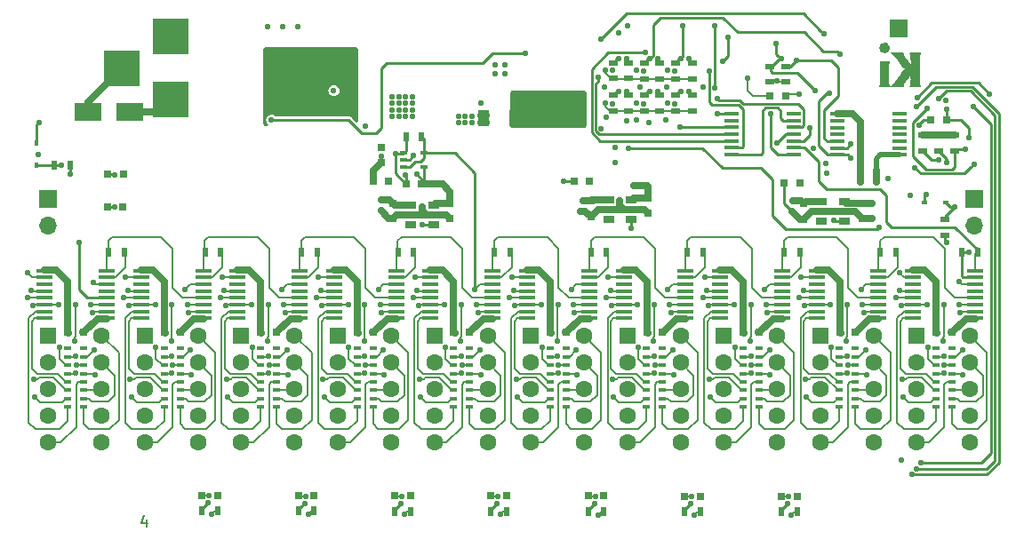
<source format=gbr>
G04 #@! TF.GenerationSoftware,KiCad,Pcbnew,(5.1.4)-1*
G04 #@! TF.CreationDate,2019-12-15T14:44:31-06:00*
G04 #@! TF.ProjectId,Incrementor,496e6372-656d-4656-9e74-6f722e6b6963,rev?*
G04 #@! TF.SameCoordinates,Original*
G04 #@! TF.FileFunction,Copper,L4,Bot*
G04 #@! TF.FilePolarity,Positive*
%FSLAX46Y46*%
G04 Gerber Fmt 4.6, Leading zero omitted, Abs format (unit mm)*
G04 Created by KiCad (PCBNEW (5.1.4)-1) date 2019-12-15 14:44:31*
%MOMM*%
%LPD*%
G04 APERTURE LIST*
%ADD10C,0.150000*%
%ADD11C,0.010000*%
%ADD12R,1.450000X0.450000*%
%ADD13R,2.500000X1.800000*%
%ADD14O,1.700000X1.700000*%
%ADD15R,1.700000X1.700000*%
%ADD16R,0.900000X0.500000*%
%ADD17R,0.800000X0.750000*%
%ADD18R,1.060000X0.650000*%
%ADD19R,0.750000X0.800000*%
%ADD20R,0.650000X0.400000*%
%ADD21R,0.500000X0.900000*%
%ADD22R,3.500000X3.500000*%
%ADD23R,1.000000X1.600000*%
%ADD24R,1.500000X0.450000*%
%ADD25R,0.760000X0.430000*%
%ADD26C,1.600000*%
%ADD27R,1.600000X1.600000*%
%ADD28R,0.450000X0.600000*%
%ADD29R,0.600000X0.450000*%
%ADD30C,0.560000*%
%ADD31C,0.635000*%
%ADD32C,0.127000*%
%ADD33C,0.254000*%
%ADD34C,0.508000*%
G04 APERTURE END LIST*
D10*
X85915476Y-107380114D02*
X85915476Y-108046780D01*
X85677380Y-106999161D02*
X85439285Y-107713447D01*
X86058333Y-107713447D01*
D11*
G36*
X155791883Y-64854045D02*
G01*
X155791662Y-65125528D01*
X155790900Y-65350618D01*
X155789457Y-65533721D01*
X155787189Y-65679240D01*
X155783952Y-65791583D01*
X155779605Y-65875155D01*
X155774003Y-65934359D01*
X155767005Y-65973603D01*
X155758467Y-65997292D01*
X155754591Y-66003395D01*
X155728305Y-66040943D01*
X155717592Y-66069085D01*
X155727773Y-66089174D01*
X155764171Y-66102563D01*
X155832107Y-66110605D01*
X155936905Y-66114653D01*
X156083885Y-66116060D01*
X156198283Y-66116200D01*
X156348565Y-66115515D01*
X156479756Y-66113608D01*
X156584056Y-66110702D01*
X156653664Y-66107017D01*
X156680778Y-66102776D01*
X156680883Y-66102488D01*
X156670328Y-66073454D01*
X156643757Y-66016509D01*
X156630083Y-65989200D01*
X156617217Y-65961760D01*
X156606724Y-65931394D01*
X156598363Y-65892920D01*
X156591892Y-65841155D01*
X156587072Y-65770918D01*
X156583661Y-65677027D01*
X156581418Y-65554301D01*
X156580102Y-65397559D01*
X156579473Y-65201617D01*
X156579288Y-64961296D01*
X156579283Y-64896750D01*
X156579536Y-64639269D01*
X156580412Y-64427749D01*
X156582087Y-64257351D01*
X156584735Y-64123238D01*
X156588533Y-64020571D01*
X156593656Y-63944513D01*
X156600280Y-63890226D01*
X156608580Y-63852872D01*
X156618036Y-63828938D01*
X156656788Y-63754000D01*
X155791883Y-63754000D01*
X155791883Y-64854045D01*
X155791883Y-64854045D01*
G37*
X155791883Y-64854045D02*
X155791662Y-65125528D01*
X155790900Y-65350618D01*
X155789457Y-65533721D01*
X155787189Y-65679240D01*
X155783952Y-65791583D01*
X155779605Y-65875155D01*
X155774003Y-65934359D01*
X155767005Y-65973603D01*
X155758467Y-65997292D01*
X155754591Y-66003395D01*
X155728305Y-66040943D01*
X155717592Y-66069085D01*
X155727773Y-66089174D01*
X155764171Y-66102563D01*
X155832107Y-66110605D01*
X155936905Y-66114653D01*
X156083885Y-66116060D01*
X156198283Y-66116200D01*
X156348565Y-66115515D01*
X156479756Y-66113608D01*
X156584056Y-66110702D01*
X156653664Y-66107017D01*
X156680778Y-66102776D01*
X156680883Y-66102488D01*
X156670328Y-66073454D01*
X156643757Y-66016509D01*
X156630083Y-65989200D01*
X156617217Y-65961760D01*
X156606724Y-65931394D01*
X156598363Y-65892920D01*
X156591892Y-65841155D01*
X156587072Y-65770918D01*
X156583661Y-65677027D01*
X156581418Y-65554301D01*
X156580102Y-65397559D01*
X156579473Y-65201617D01*
X156579288Y-64961296D01*
X156579283Y-64896750D01*
X156579536Y-64639269D01*
X156580412Y-64427749D01*
X156582087Y-64257351D01*
X156584735Y-64123238D01*
X156588533Y-64020571D01*
X156593656Y-63944513D01*
X156600280Y-63890226D01*
X156608580Y-63852872D01*
X156618036Y-63828938D01*
X156656788Y-63754000D01*
X155791883Y-63754000D01*
X155791883Y-64854045D01*
G36*
X156031559Y-61987960D02*
G01*
X155913955Y-62054395D01*
X155820477Y-62157045D01*
X155776688Y-62243124D01*
X155746078Y-62381614D01*
X155755179Y-62519591D01*
X155802527Y-62641084D01*
X155814912Y-62659850D01*
X155905351Y-62747408D01*
X156024229Y-62807553D01*
X156157167Y-62837418D01*
X156289787Y-62834134D01*
X156407710Y-62794832D01*
X156428494Y-62782244D01*
X156510763Y-62703394D01*
X156578586Y-62594770D01*
X156620753Y-62477295D01*
X156629100Y-62407799D01*
X156609826Y-62298575D01*
X156559310Y-62184110D01*
X156488518Y-62085158D01*
X156432858Y-62036295D01*
X156300639Y-61975876D01*
X156163663Y-61960776D01*
X156031559Y-61987960D01*
X156031559Y-61987960D01*
G37*
X156031559Y-61987960D02*
X155913955Y-62054395D01*
X155820477Y-62157045D01*
X155776688Y-62243124D01*
X155746078Y-62381614D01*
X155755179Y-62519591D01*
X155802527Y-62641084D01*
X155814912Y-62659850D01*
X155905351Y-62747408D01*
X156024229Y-62807553D01*
X156157167Y-62837418D01*
X156289787Y-62834134D01*
X156407710Y-62794832D01*
X156428494Y-62782244D01*
X156510763Y-62703394D01*
X156578586Y-62594770D01*
X156620753Y-62477295D01*
X156629100Y-62407799D01*
X156609826Y-62298575D01*
X156559310Y-62184110D01*
X156488518Y-62085158D01*
X156432858Y-62036295D01*
X156300639Y-61975876D01*
X156163663Y-61960776D01*
X156031559Y-61987960D01*
G36*
X157373753Y-62890400D02*
G01*
X156828441Y-62890400D01*
X157027221Y-63091787D01*
X157356929Y-63454691D01*
X157571349Y-63728815D01*
X157649797Y-63832400D01*
X157744356Y-63952529D01*
X157844450Y-64076202D01*
X157939502Y-64190419D01*
X158018934Y-64282181D01*
X158044032Y-64309760D01*
X158125464Y-64397212D01*
X158055506Y-64488356D01*
X157920064Y-64677604D01*
X157832522Y-64817050D01*
X157777652Y-64899286D01*
X157716376Y-64978612D01*
X157711227Y-64984607D01*
X157642278Y-65067581D01*
X157561753Y-65170137D01*
X157478558Y-65280288D01*
X157401598Y-65386047D01*
X157339781Y-65475425D01*
X157304124Y-65532547D01*
X157269043Y-65585596D01*
X157210514Y-65664062D01*
X157138680Y-65755252D01*
X157063685Y-65846472D01*
X156995672Y-65925032D01*
X156959300Y-65964020D01*
X156935411Y-65990081D01*
X156893137Y-66037406D01*
X156885023Y-66046570D01*
X156823445Y-66116200D01*
X157949900Y-66116200D01*
X157949900Y-66037923D01*
X157966663Y-65961395D01*
X158013893Y-65856149D01*
X158087007Y-65730239D01*
X158181419Y-65591716D01*
X158268958Y-65477533D01*
X158340232Y-65385313D01*
X158405553Y-65294269D01*
X158452723Y-65221535D01*
X158458829Y-65210833D01*
X158498871Y-65144434D01*
X158534158Y-65096284D01*
X158542801Y-65087500D01*
X158577362Y-65048816D01*
X158617585Y-64992250D01*
X158655274Y-64944093D01*
X158685785Y-64922487D01*
X158687086Y-64922400D01*
X158695962Y-64947091D01*
X158703082Y-65018381D01*
X158708236Y-65132092D01*
X158711217Y-65284044D01*
X158711900Y-65418961D01*
X158711216Y-65598263D01*
X158708805Y-65734270D01*
X158704125Y-65834475D01*
X158696637Y-65906369D01*
X158685802Y-65957443D01*
X158671079Y-65995188D01*
X158670256Y-65996811D01*
X158634783Y-66056491D01*
X158603277Y-66094618D01*
X158600406Y-66096761D01*
X158615903Y-66102323D01*
X158675253Y-66107262D01*
X158771514Y-66111312D01*
X158897741Y-66114207D01*
X159046989Y-66115682D01*
X159098706Y-66115811D01*
X159625211Y-66116200D01*
X159595532Y-66046350D01*
X159567359Y-65987758D01*
X159545276Y-65952370D01*
X159541443Y-65923142D01*
X159537843Y-65847781D01*
X159534541Y-65730951D01*
X159531604Y-65577317D01*
X159529101Y-65391546D01*
X159527096Y-65178302D01*
X159525658Y-64942251D01*
X159524853Y-64688059D01*
X159524701Y-64516290D01*
X159524759Y-64212311D01*
X159525030Y-63954912D01*
X159525654Y-63739874D01*
X159526774Y-63562978D01*
X159528531Y-63420004D01*
X159531067Y-63306733D01*
X159534524Y-63218945D01*
X159539043Y-63152421D01*
X159544767Y-63102941D01*
X159551838Y-63066286D01*
X159560396Y-63038237D01*
X159570584Y-63014574D01*
X159575501Y-63004699D01*
X159606256Y-62942869D01*
X159624310Y-62903660D01*
X159626301Y-62897729D01*
X159602165Y-62895507D01*
X159534812Y-62893556D01*
X159431828Y-62891984D01*
X159300794Y-62890901D01*
X159149295Y-62890415D01*
X159115583Y-62890400D01*
X158942440Y-62890664D01*
X158813871Y-62891831D01*
X158723654Y-62894464D01*
X158665563Y-62899123D01*
X158633376Y-62906372D01*
X158620868Y-62916772D01*
X158621814Y-62930885D01*
X158623336Y-62934850D01*
X158656695Y-63023673D01*
X158680761Y-63112181D01*
X158696920Y-63211141D01*
X158706558Y-63331321D01*
X158711060Y-63483488D01*
X158711900Y-63623088D01*
X158711901Y-64042904D01*
X158635701Y-63969900D01*
X158588087Y-63919557D01*
X158561506Y-63882278D01*
X158559500Y-63875483D01*
X158544363Y-63849550D01*
X158504872Y-63796128D01*
X158449912Y-63726145D01*
X158388368Y-63650529D01*
X158329123Y-63580209D01*
X158281061Y-63526114D01*
X158254261Y-63500000D01*
X158231939Y-63472734D01*
X158193564Y-63416630D01*
X158165698Y-63373000D01*
X158107495Y-63285298D01*
X158044549Y-63198698D01*
X158022201Y-63170362D01*
X157977487Y-63103736D01*
X157952092Y-63042643D01*
X157949900Y-63026390D01*
X157949378Y-62982677D01*
X157943709Y-62949502D01*
X157926738Y-62925412D01*
X157892311Y-62908955D01*
X157834274Y-62898677D01*
X157746472Y-62893127D01*
X157622750Y-62890851D01*
X157456955Y-62890396D01*
X157373753Y-62890400D01*
X157373753Y-62890400D01*
G37*
X157373753Y-62890400D02*
X156828441Y-62890400D01*
X157027221Y-63091787D01*
X157356929Y-63454691D01*
X157571349Y-63728815D01*
X157649797Y-63832400D01*
X157744356Y-63952529D01*
X157844450Y-64076202D01*
X157939502Y-64190419D01*
X158018934Y-64282181D01*
X158044032Y-64309760D01*
X158125464Y-64397212D01*
X158055506Y-64488356D01*
X157920064Y-64677604D01*
X157832522Y-64817050D01*
X157777652Y-64899286D01*
X157716376Y-64978612D01*
X157711227Y-64984607D01*
X157642278Y-65067581D01*
X157561753Y-65170137D01*
X157478558Y-65280288D01*
X157401598Y-65386047D01*
X157339781Y-65475425D01*
X157304124Y-65532547D01*
X157269043Y-65585596D01*
X157210514Y-65664062D01*
X157138680Y-65755252D01*
X157063685Y-65846472D01*
X156995672Y-65925032D01*
X156959300Y-65964020D01*
X156935411Y-65990081D01*
X156893137Y-66037406D01*
X156885023Y-66046570D01*
X156823445Y-66116200D01*
X157949900Y-66116200D01*
X157949900Y-66037923D01*
X157966663Y-65961395D01*
X158013893Y-65856149D01*
X158087007Y-65730239D01*
X158181419Y-65591716D01*
X158268958Y-65477533D01*
X158340232Y-65385313D01*
X158405553Y-65294269D01*
X158452723Y-65221535D01*
X158458829Y-65210833D01*
X158498871Y-65144434D01*
X158534158Y-65096284D01*
X158542801Y-65087500D01*
X158577362Y-65048816D01*
X158617585Y-64992250D01*
X158655274Y-64944093D01*
X158685785Y-64922487D01*
X158687086Y-64922400D01*
X158695962Y-64947091D01*
X158703082Y-65018381D01*
X158708236Y-65132092D01*
X158711217Y-65284044D01*
X158711900Y-65418961D01*
X158711216Y-65598263D01*
X158708805Y-65734270D01*
X158704125Y-65834475D01*
X158696637Y-65906369D01*
X158685802Y-65957443D01*
X158671079Y-65995188D01*
X158670256Y-65996811D01*
X158634783Y-66056491D01*
X158603277Y-66094618D01*
X158600406Y-66096761D01*
X158615903Y-66102323D01*
X158675253Y-66107262D01*
X158771514Y-66111312D01*
X158897741Y-66114207D01*
X159046989Y-66115682D01*
X159098706Y-66115811D01*
X159625211Y-66116200D01*
X159595532Y-66046350D01*
X159567359Y-65987758D01*
X159545276Y-65952370D01*
X159541443Y-65923142D01*
X159537843Y-65847781D01*
X159534541Y-65730951D01*
X159531604Y-65577317D01*
X159529101Y-65391546D01*
X159527096Y-65178302D01*
X159525658Y-64942251D01*
X159524853Y-64688059D01*
X159524701Y-64516290D01*
X159524759Y-64212311D01*
X159525030Y-63954912D01*
X159525654Y-63739874D01*
X159526774Y-63562978D01*
X159528531Y-63420004D01*
X159531067Y-63306733D01*
X159534524Y-63218945D01*
X159539043Y-63152421D01*
X159544767Y-63102941D01*
X159551838Y-63066286D01*
X159560396Y-63038237D01*
X159570584Y-63014574D01*
X159575501Y-63004699D01*
X159606256Y-62942869D01*
X159624310Y-62903660D01*
X159626301Y-62897729D01*
X159602165Y-62895507D01*
X159534812Y-62893556D01*
X159431828Y-62891984D01*
X159300794Y-62890901D01*
X159149295Y-62890415D01*
X159115583Y-62890400D01*
X158942440Y-62890664D01*
X158813871Y-62891831D01*
X158723654Y-62894464D01*
X158665563Y-62899123D01*
X158633376Y-62906372D01*
X158620868Y-62916772D01*
X158621814Y-62930885D01*
X158623336Y-62934850D01*
X158656695Y-63023673D01*
X158680761Y-63112181D01*
X158696920Y-63211141D01*
X158706558Y-63331321D01*
X158711060Y-63483488D01*
X158711900Y-63623088D01*
X158711901Y-64042904D01*
X158635701Y-63969900D01*
X158588087Y-63919557D01*
X158561506Y-63882278D01*
X158559500Y-63875483D01*
X158544363Y-63849550D01*
X158504872Y-63796128D01*
X158449912Y-63726145D01*
X158388368Y-63650529D01*
X158329123Y-63580209D01*
X158281061Y-63526114D01*
X158254261Y-63500000D01*
X158231939Y-63472734D01*
X158193564Y-63416630D01*
X158165698Y-63373000D01*
X158107495Y-63285298D01*
X158044549Y-63198698D01*
X158022201Y-63170362D01*
X157977487Y-63103736D01*
X157952092Y-63042643D01*
X157949900Y-63026390D01*
X157949378Y-62982677D01*
X157943709Y-62949502D01*
X157926738Y-62925412D01*
X157892311Y-62908955D01*
X157834274Y-62898677D01*
X157746472Y-62893127D01*
X157622750Y-62890851D01*
X157456955Y-62890396D01*
X157373753Y-62890400D01*
D12*
X157661400Y-72638200D03*
X157661400Y-71988200D03*
X157661400Y-71338200D03*
X157661400Y-70688200D03*
X157661400Y-70038200D03*
X157661400Y-69388200D03*
X157661400Y-68738200D03*
X151761400Y-68738200D03*
X151761400Y-69388200D03*
X151761400Y-70038200D03*
X151761400Y-70688200D03*
X151761400Y-71338200D03*
X151761400Y-71988200D03*
X151761400Y-72638200D03*
D13*
X80359500Y-68580000D03*
X84359500Y-68580000D03*
D14*
X76581900Y-79349600D03*
D15*
X76581900Y-76809600D03*
D14*
X164744400Y-79349600D03*
D15*
X164744400Y-76809600D03*
D16*
X162890200Y-70751000D03*
X162890200Y-72251000D03*
X159842200Y-70751000D03*
X159842200Y-72251000D03*
X161366200Y-70751000D03*
X161366200Y-72251000D03*
D17*
X162116200Y-69265800D03*
X160616200Y-69265800D03*
D16*
X131851400Y-66966400D03*
X131851400Y-68466400D03*
X134823200Y-66966400D03*
X134823200Y-68466400D03*
X137922000Y-66966400D03*
X137922000Y-68466400D03*
X131851400Y-63860000D03*
X131851400Y-65360000D03*
X134823200Y-63867600D03*
X134823200Y-65367600D03*
X130378200Y-66966400D03*
X130378200Y-68466400D03*
X133324600Y-66966400D03*
X133324600Y-68466400D03*
X136296400Y-66966400D03*
X136296400Y-68466400D03*
X130378200Y-63860000D03*
X130378200Y-65360000D03*
X133324600Y-63867600D03*
X133324600Y-65367600D03*
D18*
X150221800Y-77068500D03*
X150221800Y-78968500D03*
X152421800Y-78968500D03*
X152421800Y-78018500D03*
X152421800Y-77068500D03*
X129925900Y-76901000D03*
X129925900Y-78801000D03*
X132125900Y-78801000D03*
X132125900Y-77851000D03*
X132125900Y-76901000D03*
X111079100Y-77409000D03*
X111079100Y-79309000D03*
X113279100Y-79309000D03*
X113279100Y-78359000D03*
X113279100Y-77409000D03*
D17*
X148158900Y-75272900D03*
X146658900Y-75272900D03*
X128143700Y-75120500D03*
X126643700Y-75120500D03*
D19*
X148513800Y-77291500D03*
X148513800Y-78791500D03*
X128231900Y-77037500D03*
X128231900Y-78537500D03*
X109385100Y-77228000D03*
X109385100Y-78728000D03*
X154127200Y-77228000D03*
X154127200Y-78728000D03*
X133692900Y-76720000D03*
X133692900Y-78220000D03*
X114846100Y-77228000D03*
X114846100Y-78728000D03*
D20*
X112329000Y-73763900D03*
X112329000Y-72463900D03*
X110429000Y-73113900D03*
X110429000Y-72463900D03*
X110429000Y-73763900D03*
D21*
X110629000Y-70891400D03*
X112129000Y-70891400D03*
D17*
X112129000Y-75387200D03*
X110629000Y-75387200D03*
D15*
X157607000Y-60579000D03*
D22*
X83565000Y-64360800D03*
X88265000Y-61360800D03*
X88265000Y-67360800D03*
D19*
X108254800Y-71906700D03*
X108254800Y-73406700D03*
D17*
X109004800Y-75133200D03*
X107504800Y-75133200D03*
D23*
X118032400Y-69164200D03*
X121032400Y-69164200D03*
D24*
X76226900Y-83665900D03*
X76226900Y-84315900D03*
X76226900Y-84965900D03*
X76226900Y-85615900D03*
X76226900Y-86265900D03*
X76226900Y-86915900D03*
X76226900Y-87565900D03*
X76226900Y-88215900D03*
X82126900Y-88215900D03*
X82126900Y-87565900D03*
X82126900Y-86915900D03*
X82126900Y-86265900D03*
X82126900Y-85615900D03*
X82126900Y-84965900D03*
X82126900Y-84315900D03*
X82126900Y-83665900D03*
X85416900Y-83665900D03*
X85416900Y-84315900D03*
X85416900Y-84965900D03*
X85416900Y-85615900D03*
X85416900Y-86265900D03*
X85416900Y-86915900D03*
X85416900Y-87565900D03*
X85416900Y-88215900D03*
X91316900Y-88215900D03*
X91316900Y-87565900D03*
X91316900Y-86915900D03*
X91316900Y-86265900D03*
X91316900Y-85615900D03*
X91316900Y-84965900D03*
X91316900Y-84315900D03*
X91316900Y-83665900D03*
X94606900Y-83665900D03*
X94606900Y-84315900D03*
X94606900Y-84965900D03*
X94606900Y-85615900D03*
X94606900Y-86265900D03*
X94606900Y-86915900D03*
X94606900Y-87565900D03*
X94606900Y-88215900D03*
X100506900Y-88215900D03*
X100506900Y-87565900D03*
X100506900Y-86915900D03*
X100506900Y-86265900D03*
X100506900Y-85615900D03*
X100506900Y-84965900D03*
X100506900Y-84315900D03*
X100506900Y-83665900D03*
X103796900Y-83665900D03*
X103796900Y-84315900D03*
X103796900Y-84965900D03*
X103796900Y-85615900D03*
X103796900Y-86265900D03*
X103796900Y-86915900D03*
X103796900Y-87565900D03*
X103796900Y-88215900D03*
X109696900Y-88215900D03*
X109696900Y-87565900D03*
X109696900Y-86915900D03*
X109696900Y-86265900D03*
X109696900Y-85615900D03*
X109696900Y-84965900D03*
X109696900Y-84315900D03*
X109696900Y-83665900D03*
X112986900Y-83665900D03*
X112986900Y-84315900D03*
X112986900Y-84965900D03*
X112986900Y-85615900D03*
X112986900Y-86265900D03*
X112986900Y-86915900D03*
X112986900Y-87565900D03*
X112986900Y-88215900D03*
X118886900Y-88215900D03*
X118886900Y-87565900D03*
X118886900Y-86915900D03*
X118886900Y-86265900D03*
X118886900Y-85615900D03*
X118886900Y-84965900D03*
X118886900Y-84315900D03*
X118886900Y-83665900D03*
X122176900Y-83665900D03*
X122176900Y-84315900D03*
X122176900Y-84965900D03*
X122176900Y-85615900D03*
X122176900Y-86265900D03*
X122176900Y-86915900D03*
X122176900Y-87565900D03*
X122176900Y-88215900D03*
X128076900Y-88215900D03*
X128076900Y-87565900D03*
X128076900Y-86915900D03*
X128076900Y-86265900D03*
X128076900Y-85615900D03*
X128076900Y-84965900D03*
X128076900Y-84315900D03*
X128076900Y-83665900D03*
X131366900Y-83665900D03*
X131366900Y-84315900D03*
X131366900Y-84965900D03*
X131366900Y-85615900D03*
X131366900Y-86265900D03*
X131366900Y-86915900D03*
X131366900Y-87565900D03*
X131366900Y-88215900D03*
X137266900Y-88215900D03*
X137266900Y-87565900D03*
X137266900Y-86915900D03*
X137266900Y-86265900D03*
X137266900Y-85615900D03*
X137266900Y-84965900D03*
X137266900Y-84315900D03*
X137266900Y-83665900D03*
X140556900Y-83665900D03*
X140556900Y-84315900D03*
X140556900Y-84965900D03*
X140556900Y-85615900D03*
X140556900Y-86265900D03*
X140556900Y-86915900D03*
X140556900Y-87565900D03*
X140556900Y-88215900D03*
X146456900Y-88215900D03*
X146456900Y-87565900D03*
X146456900Y-86915900D03*
X146456900Y-86265900D03*
X146456900Y-85615900D03*
X146456900Y-84965900D03*
X146456900Y-84315900D03*
X146456900Y-83665900D03*
X149746900Y-83665900D03*
X149746900Y-84315900D03*
X149746900Y-84965900D03*
X149746900Y-85615900D03*
X149746900Y-86265900D03*
X149746900Y-86915900D03*
X149746900Y-87565900D03*
X149746900Y-88215900D03*
X155646900Y-88215900D03*
X155646900Y-87565900D03*
X155646900Y-86915900D03*
X155646900Y-86265900D03*
X155646900Y-85615900D03*
X155646900Y-84965900D03*
X155646900Y-84315900D03*
X155646900Y-83665900D03*
D21*
X83800400Y-81876900D03*
X82300400Y-81876900D03*
X92990400Y-81876900D03*
X91490400Y-81876900D03*
X102180400Y-81876900D03*
X100680400Y-81876900D03*
X111370400Y-81876900D03*
X109870400Y-81876900D03*
X120560400Y-81876900D03*
X119060400Y-81876900D03*
X129750400Y-81876900D03*
X128250400Y-81876900D03*
X138940400Y-81876900D03*
X137440400Y-81876900D03*
X148130400Y-81876900D03*
X146630400Y-81876900D03*
X157320400Y-81876900D03*
X155820400Y-81876900D03*
D25*
X79936900Y-91878400D03*
X79936900Y-91078400D03*
X79936900Y-96678400D03*
X79936900Y-95878400D03*
X78416900Y-95878400D03*
X78416900Y-96678400D03*
X78416900Y-91078400D03*
X78416900Y-91878400D03*
X79936900Y-95078400D03*
X79936900Y-92678400D03*
X78416900Y-92678400D03*
X78416900Y-95078400D03*
X79936900Y-93478400D03*
X78416900Y-93478400D03*
X79936900Y-94278400D03*
X78416900Y-94278400D03*
X89126900Y-91878400D03*
X89126900Y-91078400D03*
X89126900Y-96678400D03*
X89126900Y-95878400D03*
X87606900Y-95878400D03*
X87606900Y-96678400D03*
X87606900Y-91078400D03*
X87606900Y-91878400D03*
X89126900Y-95078400D03*
X89126900Y-92678400D03*
X87606900Y-92678400D03*
X87606900Y-95078400D03*
X89126900Y-93478400D03*
X87606900Y-93478400D03*
X89126900Y-94278400D03*
X87606900Y-94278400D03*
X98316900Y-91878400D03*
X98316900Y-91078400D03*
X98316900Y-96678400D03*
X98316900Y-95878400D03*
X96796900Y-95878400D03*
X96796900Y-96678400D03*
X96796900Y-91078400D03*
X96796900Y-91878400D03*
X98316900Y-95078400D03*
X98316900Y-92678400D03*
X96796900Y-92678400D03*
X96796900Y-95078400D03*
X98316900Y-93478400D03*
X96796900Y-93478400D03*
X98316900Y-94278400D03*
X96796900Y-94278400D03*
X107506900Y-91878400D03*
X107506900Y-91078400D03*
X107506900Y-96678400D03*
X107506900Y-95878400D03*
X105986900Y-95878400D03*
X105986900Y-96678400D03*
X105986900Y-91078400D03*
X105986900Y-91878400D03*
X107506900Y-95078400D03*
X107506900Y-92678400D03*
X105986900Y-92678400D03*
X105986900Y-95078400D03*
X107506900Y-93478400D03*
X105986900Y-93478400D03*
X107506900Y-94278400D03*
X105986900Y-94278400D03*
X116696900Y-91878400D03*
X116696900Y-91078400D03*
X116696900Y-96678400D03*
X116696900Y-95878400D03*
X115176900Y-95878400D03*
X115176900Y-96678400D03*
X115176900Y-91078400D03*
X115176900Y-91878400D03*
X116696900Y-95078400D03*
X116696900Y-92678400D03*
X115176900Y-92678400D03*
X115176900Y-95078400D03*
X116696900Y-93478400D03*
X115176900Y-93478400D03*
X116696900Y-94278400D03*
X115176900Y-94278400D03*
X125886900Y-91878400D03*
X125886900Y-91078400D03*
X125886900Y-96678400D03*
X125886900Y-95878400D03*
X124366900Y-95878400D03*
X124366900Y-96678400D03*
X124366900Y-91078400D03*
X124366900Y-91878400D03*
X125886900Y-95078400D03*
X125886900Y-92678400D03*
X124366900Y-92678400D03*
X124366900Y-95078400D03*
X125886900Y-93478400D03*
X124366900Y-93478400D03*
X125886900Y-94278400D03*
X124366900Y-94278400D03*
X135076900Y-91878400D03*
X135076900Y-91078400D03*
X135076900Y-96678400D03*
X135076900Y-95878400D03*
X133556900Y-95878400D03*
X133556900Y-96678400D03*
X133556900Y-91078400D03*
X133556900Y-91878400D03*
X135076900Y-95078400D03*
X135076900Y-92678400D03*
X133556900Y-92678400D03*
X133556900Y-95078400D03*
X135076900Y-93478400D03*
X133556900Y-93478400D03*
X135076900Y-94278400D03*
X133556900Y-94278400D03*
X144266900Y-91878400D03*
X144266900Y-91078400D03*
X144266900Y-96678400D03*
X144266900Y-95878400D03*
X142746900Y-95878400D03*
X142746900Y-96678400D03*
X142746900Y-91078400D03*
X142746900Y-91878400D03*
X144266900Y-95078400D03*
X144266900Y-92678400D03*
X142746900Y-92678400D03*
X142746900Y-95078400D03*
X144266900Y-93478400D03*
X142746900Y-93478400D03*
X144266900Y-94278400D03*
X142746900Y-94278400D03*
X153456900Y-91878400D03*
X153456900Y-91078400D03*
X153456900Y-96678400D03*
X153456900Y-95878400D03*
X151936900Y-95878400D03*
X151936900Y-96678400D03*
X151936900Y-91078400D03*
X151936900Y-91878400D03*
X153456900Y-95078400D03*
X153456900Y-92678400D03*
X151936900Y-92678400D03*
X151936900Y-95078400D03*
X153456900Y-93478400D03*
X151936900Y-93478400D03*
X153456900Y-94278400D03*
X151936900Y-94278400D03*
D26*
X81653400Y-89877900D03*
X81653400Y-92417900D03*
X81653400Y-94957900D03*
X81653400Y-97497900D03*
X81653400Y-100037900D03*
X76573400Y-100037900D03*
X76573400Y-97497900D03*
X76573400Y-94957900D03*
X76573400Y-92417900D03*
D27*
X76573400Y-89877900D03*
D26*
X90843400Y-89877900D03*
X90843400Y-92417900D03*
X90843400Y-94957900D03*
X90843400Y-97497900D03*
X90843400Y-100037900D03*
X85763400Y-100037900D03*
X85763400Y-97497900D03*
X85763400Y-94957900D03*
X85763400Y-92417900D03*
D27*
X85763400Y-89877900D03*
D26*
X100033400Y-89877900D03*
X100033400Y-92417900D03*
X100033400Y-94957900D03*
X100033400Y-97497900D03*
X100033400Y-100037900D03*
X94953400Y-100037900D03*
X94953400Y-97497900D03*
X94953400Y-94957900D03*
X94953400Y-92417900D03*
D27*
X94953400Y-89877900D03*
D26*
X109223400Y-89877900D03*
X109223400Y-92417900D03*
X109223400Y-94957900D03*
X109223400Y-97497900D03*
X109223400Y-100037900D03*
X104143400Y-100037900D03*
X104143400Y-97497900D03*
X104143400Y-94957900D03*
X104143400Y-92417900D03*
D27*
X104143400Y-89877900D03*
D26*
X118413400Y-89877900D03*
X118413400Y-92417900D03*
X118413400Y-94957900D03*
X118413400Y-97497900D03*
X118413400Y-100037900D03*
X113333400Y-100037900D03*
X113333400Y-97497900D03*
X113333400Y-94957900D03*
X113333400Y-92417900D03*
D27*
X113333400Y-89877900D03*
D26*
X127603400Y-89877900D03*
X127603400Y-92417900D03*
X127603400Y-94957900D03*
X127603400Y-97497900D03*
X127603400Y-100037900D03*
X122523400Y-100037900D03*
X122523400Y-97497900D03*
X122523400Y-94957900D03*
X122523400Y-92417900D03*
D27*
X122523400Y-89877900D03*
D26*
X136793400Y-89877900D03*
X136793400Y-92417900D03*
X136793400Y-94957900D03*
X136793400Y-97497900D03*
X136793400Y-100037900D03*
X131713400Y-100037900D03*
X131713400Y-97497900D03*
X131713400Y-94957900D03*
X131713400Y-92417900D03*
D27*
X131713400Y-89877900D03*
D26*
X145983400Y-89877900D03*
X145983400Y-92417900D03*
X145983400Y-94957900D03*
X145983400Y-97497900D03*
X145983400Y-100037900D03*
X140903400Y-100037900D03*
X140903400Y-97497900D03*
X140903400Y-94957900D03*
X140903400Y-92417900D03*
D27*
X140903400Y-89877900D03*
D26*
X155173400Y-89877900D03*
X155173400Y-92417900D03*
X155173400Y-94957900D03*
X155173400Y-97497900D03*
X155173400Y-100037900D03*
X150093400Y-100037900D03*
X150093400Y-97497900D03*
X150093400Y-94957900D03*
X150093400Y-92417900D03*
D27*
X150093400Y-89877900D03*
D17*
X78426900Y-89560400D03*
X79926900Y-89560400D03*
X87616900Y-89560400D03*
X89116900Y-89560400D03*
X96806900Y-89560400D03*
X98306900Y-89560400D03*
X105996900Y-89560400D03*
X107496900Y-89560400D03*
X115186900Y-89560400D03*
X116686900Y-89560400D03*
X124376900Y-89560400D03*
X125876900Y-89560400D03*
X133566900Y-89560400D03*
X135066900Y-89560400D03*
X142756900Y-89560400D03*
X144256900Y-89560400D03*
X151946900Y-89560400D03*
X153446900Y-89560400D03*
D27*
X159283400Y-89877900D03*
D26*
X159283400Y-92417900D03*
X159283400Y-94957900D03*
X159283400Y-97497900D03*
X159283400Y-100037900D03*
X164363400Y-100037900D03*
X164363400Y-97497900D03*
X164363400Y-94957900D03*
X164363400Y-92417900D03*
X164363400Y-89877900D03*
D24*
X164836900Y-83665900D03*
X164836900Y-84315900D03*
X164836900Y-84965900D03*
X164836900Y-85615900D03*
X164836900Y-86265900D03*
X164836900Y-86915900D03*
X164836900Y-87565900D03*
X164836900Y-88215900D03*
X158936900Y-88215900D03*
X158936900Y-87565900D03*
X158936900Y-86915900D03*
X158936900Y-86265900D03*
X158936900Y-85615900D03*
X158936900Y-84965900D03*
X158936900Y-84315900D03*
X158936900Y-83665900D03*
D12*
X141652200Y-72612800D03*
X141652200Y-71962800D03*
X141652200Y-71312800D03*
X141652200Y-70662800D03*
X141652200Y-70012800D03*
X141652200Y-69362800D03*
X141652200Y-68712800D03*
X147552200Y-68712800D03*
X147552200Y-69362800D03*
X147552200Y-70012800D03*
X147552200Y-70662800D03*
X147552200Y-71312800D03*
X147552200Y-71962800D03*
X147552200Y-72612800D03*
D25*
X161126900Y-94278400D03*
X162646900Y-94278400D03*
X161126900Y-93478400D03*
X162646900Y-93478400D03*
X161126900Y-95078400D03*
X161126900Y-92678400D03*
X162646900Y-92678400D03*
X162646900Y-95078400D03*
X161126900Y-91878400D03*
X161126900Y-91078400D03*
X161126900Y-96678400D03*
X161126900Y-95878400D03*
X162646900Y-95878400D03*
X162646900Y-96678400D03*
X162646900Y-91078400D03*
X162646900Y-91878400D03*
D21*
X77177200Y-73609200D03*
X78677200Y-73609200D03*
X165062600Y-81876900D03*
X163562600Y-81876900D03*
D16*
X161950400Y-78802800D03*
X161950400Y-80302800D03*
D21*
X147879500Y-106629200D03*
X146379500Y-106629200D03*
X111062200Y-106603800D03*
X109562200Y-106603800D03*
X120218900Y-106603800D03*
X118718900Y-106603800D03*
X138659300Y-106629200D03*
X137159300Y-106629200D03*
X101892800Y-106578400D03*
X100392800Y-106578400D03*
X129489900Y-106616500D03*
X127989900Y-106616500D03*
X92685300Y-106540300D03*
X91185300Y-106540300D03*
D16*
X136296400Y-65367600D03*
X136296400Y-63867600D03*
X137922000Y-65367600D03*
X137922000Y-63867600D03*
X145288000Y-65697800D03*
X145288000Y-64197800D03*
X146812000Y-65697800D03*
X146812000Y-64197800D03*
D28*
X75438000Y-71492400D03*
X75438000Y-73592400D03*
D29*
X159986000Y-77216000D03*
X162086000Y-77216000D03*
D17*
X162636900Y-89560400D03*
X161136900Y-89560400D03*
X83685300Y-77584300D03*
X82185300Y-77584300D03*
X147879500Y-105168700D03*
X146379500Y-105168700D03*
X111062200Y-105143300D03*
X109562200Y-105143300D03*
X120218900Y-105143300D03*
X118718900Y-105143300D03*
X138659300Y-105168700D03*
X137159300Y-105168700D03*
X101892800Y-105117900D03*
X100392800Y-105117900D03*
X83731800Y-74460100D03*
X82231800Y-74460100D03*
X129489900Y-105156000D03*
X127989900Y-105156000D03*
X92682800Y-105079800D03*
X91182800Y-105079800D03*
X145274600Y-66979800D03*
X146774600Y-66979800D03*
X155461400Y-74295000D03*
X153961400Y-74295000D03*
D30*
X109321600Y-67081400D03*
X79882400Y-89560400D03*
X89072400Y-89560400D03*
X98262400Y-89560400D03*
X107452400Y-89560400D03*
X116642400Y-89560400D03*
X125832400Y-89560400D03*
X135022400Y-89560400D03*
X144212400Y-89560400D03*
X153402400Y-89560400D03*
X162592400Y-89560400D03*
X157320400Y-81876900D03*
X148130400Y-81876900D03*
X138940400Y-81876900D03*
X129750400Y-81876900D03*
X120560400Y-81876900D03*
X111370400Y-81876900D03*
X102180400Y-81876900D03*
X92990400Y-81876900D03*
X83800400Y-81876900D03*
X132588000Y-64560598D03*
X135559800Y-64560598D03*
X129641600Y-67659398D03*
X132588000Y-67659398D03*
X135559800Y-67659398D03*
X148107400Y-66827400D03*
X145941600Y-65568700D03*
X91875798Y-105134096D03*
X92125800Y-106883200D03*
X101070598Y-105159496D03*
X101320600Y-106908600D03*
X110239998Y-105184896D03*
X110490000Y-106934000D03*
X119409398Y-105184896D03*
X119659400Y-106934000D03*
X128930400Y-106959400D03*
X128680398Y-105210296D03*
X137849798Y-105210296D03*
X138099800Y-106959400D03*
X147069998Y-105210296D03*
X147320000Y-106959400D03*
X75666600Y-69519800D03*
X108280200Y-72771000D03*
X109626400Y-72517000D03*
X110591600Y-74574400D03*
X108254800Y-77978000D03*
X119158600Y-64027900D03*
X120058600Y-64027900D03*
X120058600Y-64927900D03*
X119158600Y-64927900D03*
X154990800Y-78714600D03*
X147447000Y-78028800D03*
X160172400Y-76454000D03*
X153949400Y-75209400D03*
X127254000Y-78003400D03*
X125679200Y-75107800D03*
X130530600Y-73406000D03*
X161381600Y-70768600D03*
X112191800Y-77622400D03*
X130962400Y-77012800D03*
X150647400Y-73456800D03*
X97447100Y-60388500D03*
X98920300Y-60388500D03*
X100368100Y-60388500D03*
X109956600Y-67081400D03*
X110591600Y-67081400D03*
X111226600Y-67081400D03*
X109321600Y-67716400D03*
X109956600Y-67716400D03*
X110591600Y-67716400D03*
X111226600Y-67716400D03*
X109321600Y-68351400D03*
X109956600Y-68351400D03*
X110591600Y-68351400D03*
X111226600Y-68351400D03*
X109321600Y-68986400D03*
X109956600Y-68986400D03*
X110591600Y-68986400D03*
X111226600Y-68986400D03*
X115620800Y-69570600D03*
X116255800Y-69570600D03*
X116255800Y-68935600D03*
X115620800Y-68935600D03*
X116890800Y-68935600D03*
X116890800Y-69570600D03*
X129235810Y-70128790D03*
X140258800Y-68707000D03*
X149123400Y-70104000D03*
X156540200Y-74904600D03*
X103733600Y-66471200D03*
X159477297Y-69783103D03*
X164236400Y-81940400D03*
X118338600Y-69545200D03*
X117703600Y-69545200D03*
X118338600Y-68910200D03*
X117703600Y-68910200D03*
X82878254Y-77597000D03*
X82924782Y-74523600D03*
X129636815Y-64530413D03*
X78521843Y-89655343D03*
X87711843Y-89655343D03*
X96901843Y-89655343D03*
X106091843Y-89655343D03*
X115281843Y-89655343D03*
X124471843Y-89655343D03*
X133661843Y-89655343D03*
X142851843Y-89655343D03*
X152041843Y-89655343D03*
X161231843Y-89655343D03*
X129710259Y-69061643D03*
X143205200Y-65303400D03*
X92682800Y-105079800D03*
X101877600Y-105105200D03*
X111047000Y-105130600D03*
X120216400Y-105130600D03*
X129487400Y-105156000D03*
X138656800Y-105156000D03*
X147877000Y-105156000D03*
X83731800Y-74460100D03*
X83681000Y-77584300D03*
X75641200Y-72593200D03*
X106781600Y-69900800D03*
X108254800Y-71906700D03*
X111658400Y-74498200D03*
X112217200Y-79298800D03*
X154990800Y-77241400D03*
X158648400Y-76479400D03*
X162153600Y-81000600D03*
X155448000Y-75209400D03*
X132105400Y-79654400D03*
X132359400Y-75590400D03*
X130556000Y-71907400D03*
X164236400Y-71018400D03*
X162128200Y-68300600D03*
X149443506Y-71997935D03*
X121081800Y-67005200D03*
X121081800Y-67640200D03*
X121716800Y-67640200D03*
X121716800Y-67005200D03*
X122351800Y-67640200D03*
X122351800Y-67005200D03*
X122986800Y-67005200D03*
X122986800Y-67640200D03*
X123621800Y-67005200D03*
X124891800Y-67005200D03*
X126161800Y-67005200D03*
X125526800Y-67005200D03*
X124256800Y-67005200D03*
X126796800Y-67005200D03*
X127431800Y-67005200D03*
X127431800Y-67640200D03*
X126796800Y-67640200D03*
X127431800Y-68275200D03*
X126796800Y-68910200D03*
X127431800Y-68910200D03*
X126796800Y-68275200D03*
X127431800Y-69545200D03*
X126796800Y-69545200D03*
X117754400Y-67691000D03*
X145338800Y-68707000D03*
X151358600Y-78867000D03*
X78663800Y-74466202D03*
X129540000Y-66159372D03*
X132969000Y-66141600D03*
X135432800Y-66159386D03*
X132613400Y-69342000D03*
X135382000Y-69316600D03*
X162864800Y-77622400D03*
X77825600Y-73660000D03*
X97815400Y-69265800D03*
X122047000Y-62966600D03*
X137591800Y-63500000D03*
X153009600Y-72923400D03*
X151003000Y-66802000D03*
X140792200Y-63677800D03*
X141300200Y-61392400D03*
X157683200Y-83870800D03*
X74574400Y-83870800D03*
X83921600Y-84328000D03*
X93116400Y-84328000D03*
X102311200Y-84328000D03*
X111506000Y-84328000D03*
X120700800Y-84328000D03*
X129895600Y-84328000D03*
X139090400Y-84328000D03*
X148285200Y-84328000D03*
X152984200Y-71628000D03*
X146356594Y-63500869D03*
X145923000Y-62052200D03*
X149580600Y-66548000D03*
X150672800Y-74422000D03*
X134620000Y-63500000D03*
X147828000Y-63601600D03*
X131673600Y-63500000D03*
X137591800Y-66624200D03*
X134620000Y-66624200D03*
X138912600Y-66192400D03*
X131673600Y-66624200D03*
X131622800Y-69367400D03*
X131817101Y-71992018D03*
X155702000Y-79552800D03*
X136824024Y-63476434D03*
X146989800Y-105892600D03*
X136982200Y-60324400D03*
X166243000Y-66827400D03*
X159334811Y-67183000D03*
X133852224Y-63476434D03*
X137769600Y-105892600D03*
X152019000Y-63068200D03*
X130905824Y-63476434D03*
X128600200Y-105892600D03*
X130911600Y-60985400D03*
X159080200Y-73837800D03*
X164744400Y-73507600D03*
X136824024Y-66600634D03*
X119329200Y-105867200D03*
X140081000Y-60324400D03*
X140081000Y-66217800D03*
X159271535Y-68050294D03*
X158810874Y-103085722D03*
X133852224Y-66600634D03*
X131724400Y-60324400D03*
X161366200Y-67310600D03*
X159224070Y-102536855D03*
X110162799Y-105872445D03*
X130905824Y-66600634D03*
X129209800Y-61620400D03*
X150423548Y-61082252D03*
X164668200Y-68072600D03*
X159664400Y-101955600D03*
X100993385Y-105847054D03*
X162128200Y-73406000D03*
X161391600Y-73075800D03*
X163880800Y-72136000D03*
X160248600Y-68224400D03*
X91795600Y-105816400D03*
X162068104Y-67446296D03*
X157784800Y-101752400D03*
X163322000Y-84734400D03*
X80822800Y-84785200D03*
X89611200Y-85445600D03*
X98806000Y-85445600D03*
X108000800Y-85445600D03*
X117195600Y-85445600D03*
X126390400Y-85445600D03*
X135585200Y-85445600D03*
X144780000Y-85445600D03*
X153974800Y-85445600D03*
X157284400Y-86258400D03*
X157982900Y-95719900D03*
X148094400Y-86258400D03*
X148792900Y-95719900D03*
X138904400Y-86258400D03*
X139602900Y-95719900D03*
X129714400Y-86258400D03*
X130412900Y-95719900D03*
X120524400Y-86258400D03*
X121222900Y-95719900D03*
X111334400Y-86258400D03*
X112032900Y-95719900D03*
X102144400Y-86258400D03*
X102842900Y-95719900D03*
X92954400Y-86258400D03*
X93652900Y-95719900D03*
X83764400Y-86258400D03*
X84462900Y-95719900D03*
X75272900Y-95719900D03*
X74574400Y-86258400D03*
X136262133Y-64647314D03*
X139522200Y-64668400D03*
X133290333Y-64647314D03*
X133451600Y-62891021D03*
X128917600Y-65227200D03*
X130336328Y-64586117D03*
X136262133Y-67746114D03*
X136753600Y-70002400D03*
X133807200Y-69570600D03*
X140258800Y-67309400D03*
X133290333Y-67746114D03*
X130343933Y-67746114D03*
X145973800Y-71475600D03*
X157881900Y-94005400D03*
X157665400Y-85559900D03*
X161792920Y-90385900D03*
X157792400Y-87020400D03*
X161859898Y-93433900D03*
X161861400Y-86893400D03*
X160268900Y-86893400D03*
X163443906Y-87655400D03*
X161856400Y-91846400D03*
X160339888Y-90993919D03*
X163316900Y-86904897D03*
X163697900Y-93560900D03*
X161919900Y-92671900D03*
X163634400Y-91211400D03*
X148691900Y-94005400D03*
X148475400Y-85559900D03*
X152602920Y-90385900D03*
X148602400Y-87020400D03*
X152669898Y-93433900D03*
X152671400Y-86893400D03*
X151078900Y-86893400D03*
X154253906Y-87655400D03*
X152666400Y-91846400D03*
X151149888Y-90993919D03*
X154126900Y-86904897D03*
X154507900Y-93560900D03*
X152729900Y-92671900D03*
X154444400Y-91211400D03*
X139501900Y-94005400D03*
X139285400Y-85559900D03*
X143412920Y-90385900D03*
X139412400Y-87020400D03*
X143479898Y-93433900D03*
X143481400Y-86893400D03*
X141888900Y-86893400D03*
X145063906Y-87655400D03*
X143476400Y-91846400D03*
X141959888Y-90993919D03*
X144936900Y-86904897D03*
X145317900Y-93560900D03*
X143539900Y-92671900D03*
X145254400Y-91211400D03*
X130311900Y-94005400D03*
X130095400Y-85559900D03*
X134222920Y-90385900D03*
X130222400Y-87020400D03*
X134289898Y-93433900D03*
X134291400Y-86893400D03*
X132698900Y-86893400D03*
X135873906Y-87655400D03*
X134286400Y-91846400D03*
X132769888Y-90993919D03*
X135746900Y-86904897D03*
X136127900Y-93560900D03*
X134349900Y-92671900D03*
X136064400Y-91211400D03*
X121121900Y-94005400D03*
X120905400Y-85559900D03*
X125032920Y-90385900D03*
X121032400Y-87020400D03*
X125099898Y-93433900D03*
X125101400Y-86893400D03*
X123508900Y-86893400D03*
X126683906Y-87655400D03*
X125096400Y-91846400D03*
X123579888Y-90993919D03*
X126556900Y-86904897D03*
X126937900Y-93560900D03*
X125159900Y-92671900D03*
X126874400Y-91211400D03*
X111931900Y-94005400D03*
X111715400Y-85559900D03*
X115842920Y-90385900D03*
X111842400Y-87020400D03*
X115909898Y-93433900D03*
X115911400Y-86893400D03*
X114318900Y-86893400D03*
X117493906Y-87655400D03*
X115906400Y-91846400D03*
X114389888Y-90993919D03*
X117366900Y-86904897D03*
X117747900Y-93560900D03*
X115969900Y-92671900D03*
X117684400Y-91211400D03*
X102741900Y-94005400D03*
X102525400Y-85559900D03*
X106652920Y-90385900D03*
X102652400Y-87020400D03*
X106719898Y-93433900D03*
X106721400Y-86893400D03*
X105128900Y-86893400D03*
X108303906Y-87655400D03*
X106716400Y-91846400D03*
X105199888Y-90993919D03*
X108176900Y-86904897D03*
X108557900Y-93560900D03*
X106779900Y-92671900D03*
X108494400Y-91211400D03*
X93551900Y-94005400D03*
X93335400Y-85559900D03*
X97462920Y-90385900D03*
X93462400Y-87020400D03*
X97529898Y-93433900D03*
X97531400Y-86893400D03*
X95938900Y-86893400D03*
X99113906Y-87655400D03*
X97526400Y-91846400D03*
X96009888Y-90993919D03*
X98986900Y-86904897D03*
X99367900Y-93560900D03*
X97589900Y-92671900D03*
X99304400Y-91211400D03*
X84361900Y-94005400D03*
X84145400Y-85559900D03*
X88272920Y-90385900D03*
X84272400Y-87020400D03*
X88339898Y-93433900D03*
X88341400Y-86893400D03*
X86748900Y-86893400D03*
X89923906Y-87655400D03*
X88336400Y-91846400D03*
X86819888Y-90993919D03*
X89796900Y-86904897D03*
X90177900Y-93560900D03*
X88399900Y-92671900D03*
X90114400Y-91211400D03*
X74955400Y-85559900D03*
X75171900Y-94005400D03*
X79149898Y-93433900D03*
X79082920Y-90385900D03*
X79151400Y-86893400D03*
X77558900Y-86893400D03*
X75082400Y-87020400D03*
X79146400Y-91846400D03*
X80733906Y-87655400D03*
X77629888Y-90993919D03*
X80606900Y-86904897D03*
X79502000Y-81026000D03*
X80987900Y-93560900D03*
X79209900Y-92671900D03*
X80924400Y-91211400D03*
X98069400Y-66217800D03*
X103329100Y-63028000D03*
X105154100Y-63028000D03*
X105154100Y-64353000D03*
X103329100Y-64353000D03*
X103606600Y-68376800D03*
X109004800Y-75133200D03*
X111353600Y-72720200D03*
X108254800Y-76885800D03*
X127482600Y-77012800D03*
X147497800Y-77038200D03*
X128143700Y-75120500D03*
X148158900Y-75272900D03*
D31*
X87045800Y-68580000D02*
X88265000Y-67360800D01*
X84359500Y-68580000D02*
X87045800Y-68580000D01*
X81276899Y-88235401D02*
X82126900Y-88235401D01*
X79926900Y-89560400D02*
X79951900Y-89560400D01*
X79951900Y-89560400D02*
X81276899Y-88235401D01*
X79926900Y-89560400D02*
X79882400Y-89560400D01*
X89116900Y-89560400D02*
X89141900Y-89560400D01*
X98306900Y-89560400D02*
X98331900Y-89560400D01*
X107496900Y-89560400D02*
X107521900Y-89560400D01*
X116686900Y-89560400D02*
X116711900Y-89560400D01*
X125876900Y-89560400D02*
X125901900Y-89560400D01*
X135066900Y-89560400D02*
X135091900Y-89560400D01*
X144256900Y-89560400D02*
X144281900Y-89560400D01*
X153446900Y-89560400D02*
X153471900Y-89560400D01*
X162636900Y-89560400D02*
X162661900Y-89560400D01*
X89141900Y-89560400D02*
X90466899Y-88235401D01*
X98331900Y-89560400D02*
X99656899Y-88235401D01*
X107521900Y-89560400D02*
X108846899Y-88235401D01*
X116711900Y-89560400D02*
X118036899Y-88235401D01*
X125901900Y-89560400D02*
X127226899Y-88235401D01*
X135091900Y-89560400D02*
X136416899Y-88235401D01*
X144281900Y-89560400D02*
X145606899Y-88235401D01*
X153471900Y-89560400D02*
X154796899Y-88235401D01*
X162661900Y-89560400D02*
X163986899Y-88235401D01*
X90466899Y-88235401D02*
X91316900Y-88235401D01*
X99656899Y-88235401D02*
X100506900Y-88235401D01*
X108846899Y-88235401D02*
X109696900Y-88235401D01*
X118036899Y-88235401D02*
X118886900Y-88235401D01*
X127226899Y-88235401D02*
X128076900Y-88235401D01*
X136416899Y-88235401D02*
X137266900Y-88235401D01*
X145606899Y-88235401D02*
X146456900Y-88235401D01*
X154796899Y-88235401D02*
X155646900Y-88235401D01*
X163986899Y-88235401D02*
X164836900Y-88235401D01*
X89116900Y-89560400D02*
X89072400Y-89560400D01*
X98306900Y-89560400D02*
X98262400Y-89560400D01*
X107496900Y-89560400D02*
X107452400Y-89560400D01*
X116686900Y-89560400D02*
X116642400Y-89560400D01*
X125876900Y-89560400D02*
X125832400Y-89560400D01*
X135066900Y-89560400D02*
X135022400Y-89560400D01*
X144256900Y-89560400D02*
X144212400Y-89560400D01*
X153446900Y-89560400D02*
X153402400Y-89560400D01*
X162636900Y-89560400D02*
X162592400Y-89560400D01*
D32*
X157459400Y-83380400D02*
X157459400Y-83222400D01*
X148269400Y-83380400D02*
X148269400Y-83222400D01*
X139079400Y-83380400D02*
X139079400Y-83222400D01*
X129889400Y-83380400D02*
X129889400Y-83222400D01*
X120699400Y-83380400D02*
X120699400Y-83222400D01*
X111509400Y-83380400D02*
X111509400Y-83222400D01*
X102319400Y-83380400D02*
X102319400Y-83222400D01*
X93129400Y-83380400D02*
X93129400Y-83222400D01*
X83939400Y-83380400D02*
X83939400Y-83222400D01*
X155646900Y-84315900D02*
X156523900Y-84315900D01*
X146456900Y-84315900D02*
X147333900Y-84315900D01*
X137266900Y-84315900D02*
X138143900Y-84315900D01*
X128076900Y-84315900D02*
X128953900Y-84315900D01*
X118886900Y-84315900D02*
X119763900Y-84315900D01*
X109696900Y-84315900D02*
X110573900Y-84315900D01*
X100506900Y-84315900D02*
X101383900Y-84315900D01*
X91316900Y-84315900D02*
X92193900Y-84315900D01*
X82126900Y-84315900D02*
X83003900Y-84315900D01*
X156523900Y-84315900D02*
X157459400Y-83380400D01*
X147333900Y-84315900D02*
X148269400Y-83380400D01*
X138143900Y-84315900D02*
X139079400Y-83380400D01*
X128953900Y-84315900D02*
X129889400Y-83380400D01*
X119763900Y-84315900D02*
X120699400Y-83380400D01*
X110573900Y-84315900D02*
X111509400Y-83380400D01*
X101383900Y-84315900D02*
X102319400Y-83380400D01*
X92193900Y-84315900D02*
X93129400Y-83380400D01*
X83003900Y-84315900D02*
X83939400Y-83380400D01*
X157459400Y-83222400D02*
X157459400Y-82015900D01*
X148269400Y-83222400D02*
X148269400Y-82015900D01*
X139079400Y-83222400D02*
X139079400Y-82015900D01*
X129889400Y-83222400D02*
X129889400Y-82015900D01*
X120699400Y-83222400D02*
X120699400Y-82015900D01*
X111509400Y-83222400D02*
X111509400Y-82015900D01*
X102319400Y-83222400D02*
X102319400Y-82015900D01*
X93129400Y-83222400D02*
X93129400Y-82015900D01*
X83939400Y-83222400D02*
X83939400Y-82015900D01*
X157459400Y-82015900D02*
X157320400Y-81876900D01*
X148269400Y-82015900D02*
X148130400Y-81876900D01*
X139079400Y-82015900D02*
X138940400Y-81876900D01*
X129889400Y-82015900D02*
X129750400Y-81876900D01*
X120699400Y-82015900D02*
X120560400Y-81876900D01*
X111509400Y-82015900D02*
X111370400Y-81876900D01*
X102319400Y-82015900D02*
X102180400Y-81876900D01*
X93129400Y-82015900D02*
X92990400Y-81876900D01*
X83939400Y-82015900D02*
X83800400Y-81876900D01*
X130378200Y-68466400D02*
X137922000Y-68466400D01*
X130385800Y-65367600D02*
X130378200Y-65360000D01*
X137922000Y-65367600D02*
X130385800Y-65367600D01*
X129641600Y-68055377D02*
X129641600Y-67659398D01*
X130052623Y-68466400D02*
X129641600Y-68055377D01*
X130378200Y-68466400D02*
X130052623Y-68466400D01*
X146927000Y-66827400D02*
X146774600Y-66979800D01*
X148107400Y-66827400D02*
X146927000Y-66827400D01*
X145288000Y-65697800D02*
X146812000Y-65697800D01*
X145812500Y-65697800D02*
X145941600Y-65568700D01*
X145288000Y-65697800D02*
X145812500Y-65697800D01*
X146070700Y-65697800D02*
X145941600Y-65568700D01*
X146812000Y-65697800D02*
X146070700Y-65697800D01*
X91875798Y-105134096D02*
X91237096Y-105134096D01*
X91237096Y-105134096D02*
X91182800Y-105079800D01*
X92685300Y-106540300D02*
X92468700Y-106540300D01*
X92468700Y-106540300D02*
X92125800Y-106883200D01*
X100431896Y-105159496D02*
X100377600Y-105105200D01*
X101070598Y-105159496D02*
X100431896Y-105159496D01*
X101880100Y-106565700D02*
X101663500Y-106565700D01*
X101663500Y-106565700D02*
X101320600Y-106908600D01*
X111049500Y-106591100D02*
X110832900Y-106591100D01*
X110832900Y-106591100D02*
X110490000Y-106934000D01*
X110239998Y-105184896D02*
X109601296Y-105184896D01*
X109601296Y-105184896D02*
X109547000Y-105130600D01*
X118770696Y-105184896D02*
X118716400Y-105130600D01*
X119409398Y-105184896D02*
X118770696Y-105184896D01*
X120002300Y-106591100D02*
X119659400Y-106934000D01*
X120218900Y-106591100D02*
X120002300Y-106591100D01*
X129273300Y-106616500D02*
X128930400Y-106959400D01*
X128680398Y-105210296D02*
X128041696Y-105210296D01*
X128041696Y-105210296D02*
X127987400Y-105156000D01*
X129489900Y-106616500D02*
X129273300Y-106616500D01*
X137849798Y-105210296D02*
X137211096Y-105210296D01*
X138659300Y-106616500D02*
X138442700Y-106616500D01*
X138442700Y-106616500D02*
X138099800Y-106959400D01*
X137211096Y-105210296D02*
X137156800Y-105156000D01*
X147069998Y-105210296D02*
X146431296Y-105210296D01*
X147879500Y-106616500D02*
X147662900Y-106616500D01*
X146431296Y-105210296D02*
X146377000Y-105156000D01*
X147662900Y-106616500D02*
X147320000Y-106959400D01*
D33*
X75438000Y-69748400D02*
X75666600Y-69519800D01*
X75438000Y-71492400D02*
X75438000Y-69748400D01*
X108280200Y-73381300D02*
X108254800Y-73406700D01*
X108280200Y-72771000D02*
X108280200Y-73381300D01*
X110375900Y-72517000D02*
X110429000Y-72463900D01*
X109626400Y-72517000D02*
X110375900Y-72517000D01*
X110629000Y-72263900D02*
X110429000Y-72463900D01*
X110629000Y-70891400D02*
X110629000Y-72263900D01*
X109626400Y-72912979D02*
X109626400Y-72517000D01*
X109626400Y-74409600D02*
X109626400Y-72912979D01*
X110629000Y-75387200D02*
X110604000Y-75387200D01*
X110604000Y-75387200D02*
X109626400Y-74409600D01*
X110629000Y-75387200D02*
X110629000Y-74611800D01*
X110629000Y-74611800D02*
X110591600Y-74574400D01*
D31*
X114477100Y-78359000D02*
X113279100Y-78359000D01*
X114846100Y-78728000D02*
X114477100Y-78359000D01*
X109754100Y-78359000D02*
X109385100Y-78728000D01*
X113279100Y-78359000D02*
X109754100Y-78359000D01*
X109385100Y-78728000D02*
X109004800Y-78728000D01*
X109004800Y-78728000D02*
X108254800Y-77978000D01*
X153417700Y-78018500D02*
X152421800Y-78018500D01*
X154127200Y-78728000D02*
X153417700Y-78018500D01*
X154127200Y-78728000D02*
X154977400Y-78728000D01*
X154977400Y-78728000D02*
X154990800Y-78714600D01*
X149286800Y-78018500D02*
X148513800Y-78791500D01*
X152421800Y-78018500D02*
X149286800Y-78018500D01*
X148513800Y-78791500D02*
X148209700Y-78791500D01*
X148209700Y-78791500D02*
X147447000Y-78028800D01*
D33*
X159986000Y-76640400D02*
X160172400Y-76454000D01*
X159986000Y-77216000D02*
X159986000Y-76640400D01*
D31*
X153961400Y-74295000D02*
X153961400Y-75197400D01*
X153961400Y-75197400D02*
X153949400Y-75209400D01*
X153961400Y-74295000D02*
X153961400Y-69506400D01*
X152842001Y-68718699D02*
X151761400Y-68718699D01*
X153961400Y-69506400D02*
X153173699Y-68718699D01*
X153173699Y-68718699D02*
X152842001Y-68718699D01*
X128918400Y-77851000D02*
X132125900Y-77851000D01*
X128231900Y-78537500D02*
X128918400Y-77851000D01*
X133323900Y-77851000D02*
X132125900Y-77851000D01*
X133692900Y-78220000D02*
X133323900Y-77851000D01*
X127697800Y-78003400D02*
X128231900Y-78537500D01*
X127254000Y-78003400D02*
X127697800Y-78003400D01*
D33*
X126643700Y-75120500D02*
X125691900Y-75120500D01*
X125691900Y-75120500D02*
X125679200Y-75107800D01*
D31*
X159842200Y-70751000D02*
X162890200Y-70751000D01*
X112191800Y-77976802D02*
X112191800Y-77622400D01*
X113279100Y-78359000D02*
X112573998Y-78359000D01*
X112573998Y-78359000D02*
X112191800Y-77976802D01*
X130962400Y-77392602D02*
X130962400Y-77012800D01*
X132125900Y-77851000D02*
X131420798Y-77851000D01*
X131420798Y-77851000D02*
X130962400Y-77392602D01*
D33*
X146658900Y-77240700D02*
X147447000Y-78028800D01*
X146658900Y-75272900D02*
X146658900Y-77240700D01*
X140264600Y-68712800D02*
X140258800Y-68707000D01*
X141652200Y-68712800D02*
X140264600Y-68712800D01*
X149123400Y-70720600D02*
X149123400Y-70104000D01*
X147552200Y-71312800D02*
X148531200Y-71312800D01*
X148531200Y-71312800D02*
X149123400Y-70720600D01*
D31*
X107504800Y-74156700D02*
X108254800Y-73406700D01*
X107504800Y-75133200D02*
X107504800Y-74156700D01*
D33*
X163832900Y-84315900D02*
X164836900Y-84315900D01*
X163693822Y-84315900D02*
X163832900Y-84315900D01*
X163562600Y-81876900D02*
X163562600Y-84184678D01*
X163562600Y-84184678D02*
X163693822Y-84315900D01*
X159477297Y-69750703D02*
X159477297Y-69783103D01*
X159962200Y-69265800D02*
X159477297Y-69750703D01*
X160616200Y-69265800D02*
X159962200Y-69265800D01*
X163626100Y-81940400D02*
X163562600Y-81876900D01*
X164236400Y-81940400D02*
X163626100Y-81940400D01*
X82482275Y-77597000D02*
X82878254Y-77597000D01*
X82193700Y-77597000D02*
X82482275Y-77597000D01*
X82181000Y-77584300D02*
X82193700Y-77597000D01*
X82885800Y-74460100D02*
X82924782Y-74499082D01*
X82231800Y-74460100D02*
X82885800Y-74460100D01*
X82924782Y-74499082D02*
X82924782Y-74523600D01*
D32*
X129636815Y-64818615D02*
X129636815Y-64530413D01*
X130378200Y-65360000D02*
X130178200Y-65360000D01*
X130178200Y-65360000D02*
X129636815Y-64818615D01*
D31*
X80359500Y-67566300D02*
X83565000Y-64360800D01*
X80359500Y-68580000D02*
X80359500Y-67566300D01*
X77332501Y-83646399D02*
X76226900Y-83646399D01*
X78426900Y-89560400D02*
X78426900Y-84740798D01*
X78426900Y-84740798D02*
X77332501Y-83646399D01*
X78426900Y-89560400D02*
X78521843Y-89655343D01*
X86522501Y-83646399D02*
X85416900Y-83646399D01*
X95712501Y-83646399D02*
X94606900Y-83646399D01*
X104902501Y-83646399D02*
X103796900Y-83646399D01*
X114092501Y-83646399D02*
X112986900Y-83646399D01*
X123282501Y-83646399D02*
X122176900Y-83646399D01*
X132472501Y-83646399D02*
X131366900Y-83646399D01*
X141662501Y-83646399D02*
X140556900Y-83646399D01*
X150852501Y-83646399D02*
X149746900Y-83646399D01*
X160042501Y-83646399D02*
X158936900Y-83646399D01*
X87616900Y-89560400D02*
X87616900Y-84740798D01*
X96806900Y-89560400D02*
X96806900Y-84740798D01*
X105996900Y-89560400D02*
X105996900Y-84740798D01*
X115186900Y-89560400D02*
X115186900Y-84740798D01*
X124376900Y-89560400D02*
X124376900Y-84740798D01*
X133566900Y-89560400D02*
X133566900Y-84740798D01*
X142756900Y-89560400D02*
X142756900Y-84740798D01*
X151946900Y-89560400D02*
X151946900Y-84740798D01*
X161136900Y-89560400D02*
X161136900Y-84740798D01*
X87616900Y-84740798D02*
X86522501Y-83646399D01*
X96806900Y-84740798D02*
X95712501Y-83646399D01*
X105996900Y-84740798D02*
X104902501Y-83646399D01*
X115186900Y-84740798D02*
X114092501Y-83646399D01*
X124376900Y-84740798D02*
X123282501Y-83646399D01*
X133566900Y-84740798D02*
X132472501Y-83646399D01*
X142756900Y-84740798D02*
X141662501Y-83646399D01*
X151946900Y-84740798D02*
X150852501Y-83646399D01*
X161136900Y-84740798D02*
X160042501Y-83646399D01*
X87616900Y-89560400D02*
X87711843Y-89655343D01*
X96806900Y-89560400D02*
X96901843Y-89655343D01*
X105996900Y-89560400D02*
X106091843Y-89655343D01*
X115186900Y-89560400D02*
X115281843Y-89655343D01*
X124376900Y-89560400D02*
X124471843Y-89655343D01*
X133566900Y-89560400D02*
X133661843Y-89655343D01*
X142756900Y-89560400D02*
X142851843Y-89655343D01*
X151946900Y-89560400D02*
X152041843Y-89655343D01*
X161136900Y-89560400D02*
X161231843Y-89655343D01*
D32*
X145274600Y-66979800D02*
X143687800Y-66979800D01*
X143687800Y-66979800D02*
X143205200Y-66497200D01*
X143205200Y-66497200D02*
X143205200Y-65303400D01*
D33*
X112329000Y-75187200D02*
X112129000Y-75387200D01*
X112329000Y-73763900D02*
X112329000Y-75187200D01*
X112129000Y-75387200D02*
X112129000Y-74968800D01*
X112129000Y-74968800D02*
X111658400Y-74498200D01*
D31*
X113460100Y-77228000D02*
X113279100Y-77409000D01*
X114846100Y-77228000D02*
X113460100Y-77228000D01*
X112129000Y-75387200D02*
X114096800Y-75387200D01*
X114846100Y-76136500D02*
X114846100Y-77228000D01*
X114096800Y-75387200D02*
X114846100Y-76136500D01*
D33*
X113279100Y-79309000D02*
X112227400Y-79309000D01*
X112227400Y-79309000D02*
X112217200Y-79298800D01*
D31*
X152581300Y-77228000D02*
X152421800Y-77068500D01*
X154127200Y-77228000D02*
X152581300Y-77228000D01*
X154127200Y-77228000D02*
X154977400Y-77228000D01*
X154977400Y-77228000D02*
X154990800Y-77241400D01*
D33*
X161950400Y-80302800D02*
X161950400Y-80797400D01*
X161950400Y-80797400D02*
X162153600Y-81000600D01*
D31*
X155461400Y-74295000D02*
X155461400Y-75196000D01*
X155461400Y-75196000D02*
X155448000Y-75209400D01*
D34*
X155461400Y-72986200D02*
X155461400Y-74295000D01*
X157661400Y-72638200D02*
X155809400Y-72638200D01*
X155809400Y-72638200D02*
X155461400Y-72986200D01*
D31*
X132306900Y-76720000D02*
X132125900Y-76901000D01*
X133692900Y-76720000D02*
X132306900Y-76720000D01*
D33*
X132125900Y-78801000D02*
X132125900Y-79633900D01*
X132125900Y-79633900D02*
X132105400Y-79654400D01*
D31*
X133692900Y-75685000D02*
X133598300Y-75590400D01*
X133692900Y-76720000D02*
X133692900Y-75685000D01*
X133598300Y-75590400D02*
X132359400Y-75590400D01*
D33*
X164236400Y-71018400D02*
X164236400Y-70027800D01*
X163474400Y-69265800D02*
X162116200Y-69265800D01*
X164236400Y-70027800D02*
X163474400Y-69265800D01*
X162116200Y-69265800D02*
X162116200Y-68312600D01*
X162116200Y-68312600D02*
X162128200Y-68300600D01*
X145338800Y-71932800D02*
X145338800Y-68707000D01*
X147552200Y-72612800D02*
X146018800Y-72612800D01*
X146018800Y-72612800D02*
X145338800Y-71932800D01*
X152421800Y-78968500D02*
X151460100Y-78968500D01*
X151460100Y-78968500D02*
X151358600Y-78867000D01*
X78677200Y-73609200D02*
X78677200Y-74452802D01*
X78677200Y-74452802D02*
X78663800Y-74466202D01*
X162492400Y-77622400D02*
X162086000Y-77216000D01*
X162864800Y-77622400D02*
X162492400Y-77622400D01*
X161950400Y-78536800D02*
X162864800Y-77622400D01*
X161950400Y-78802800D02*
X161950400Y-78536800D01*
X77177200Y-73609200D02*
X77774800Y-73609200D01*
X77774800Y-73609200D02*
X77825600Y-73660000D01*
X77160400Y-73592400D02*
X77177200Y-73609200D01*
X75438000Y-73592400D02*
X77160400Y-73592400D01*
X97815400Y-69265800D02*
X104902000Y-69265800D01*
X104902000Y-69265800D02*
X105130600Y-69265800D01*
X105130600Y-69265800D02*
X106451400Y-70586600D01*
X106451400Y-70586600D02*
X107746800Y-70586600D01*
X107746800Y-70586600D02*
X108254800Y-70078600D01*
X108254800Y-70078600D02*
X108254800Y-64389000D01*
X108254800Y-64389000D02*
X108788200Y-63855600D01*
X108788200Y-63855600D02*
X117957600Y-63855600D01*
X117957600Y-63855600D02*
X118846600Y-62966600D01*
X118846600Y-62966600D02*
X122047000Y-62966600D01*
D32*
X137922000Y-63860000D02*
X137922000Y-63830200D01*
X137922000Y-63830200D02*
X137591800Y-63500000D01*
D33*
X151761400Y-72638200D02*
X152724400Y-72638200D01*
X152724400Y-72638200D02*
X153009600Y-72923400D01*
X150782400Y-72638200D02*
X149936200Y-71792000D01*
X151761400Y-72638200D02*
X150782400Y-72638200D01*
X149936200Y-71792000D02*
X149936200Y-67538600D01*
X149936200Y-67538600D02*
X150672800Y-66802000D01*
X150672800Y-66802000D02*
X151003000Y-66802000D01*
X141300200Y-63169800D02*
X140792200Y-63677800D01*
X141300200Y-61392400D02*
X141300200Y-63169800D01*
D32*
X157683200Y-83939200D02*
X157683200Y-83870800D01*
X158936900Y-84315900D02*
X158059900Y-84315900D01*
X158059900Y-84315900D02*
X157683200Y-83939200D01*
X75019500Y-84315900D02*
X74574400Y-83870800D01*
X76226900Y-84315900D02*
X75019500Y-84315900D01*
X83933700Y-84315900D02*
X83921600Y-84328000D01*
X85416900Y-84315900D02*
X83933700Y-84315900D01*
X94611700Y-84315900D02*
X93128500Y-84315900D01*
X103806500Y-84315900D02*
X102323300Y-84315900D01*
X113001300Y-84315900D02*
X111518100Y-84315900D01*
X122196100Y-84315900D02*
X120712900Y-84315900D01*
X131390900Y-84315900D02*
X129907700Y-84315900D01*
X140585700Y-84315900D02*
X139102500Y-84315900D01*
X149780500Y-84315900D02*
X148297300Y-84315900D01*
X93128500Y-84315900D02*
X93116400Y-84328000D01*
X102323300Y-84315900D02*
X102311200Y-84328000D01*
X111518100Y-84315900D02*
X111506000Y-84328000D01*
X120712900Y-84315900D02*
X120700800Y-84328000D01*
X129907700Y-84315900D02*
X129895600Y-84328000D01*
X139102500Y-84315900D02*
X139090400Y-84328000D01*
X148297300Y-84315900D02*
X148285200Y-84328000D01*
D33*
X152624000Y-71988200D02*
X151761400Y-71988200D01*
X152984200Y-71628000D02*
X152624000Y-71988200D01*
X145288000Y-64197800D02*
X145488000Y-64197800D01*
X145923000Y-63067275D02*
X146076595Y-63220870D01*
X146184931Y-63500869D02*
X146356594Y-63500869D01*
X146076595Y-63220870D02*
X146356594Y-63500869D01*
X145923000Y-62052200D02*
X145923000Y-63067275D01*
X145488000Y-64197800D02*
X146184931Y-63500869D01*
X149580600Y-66548000D02*
X147878800Y-64846200D01*
X147878800Y-64846200D02*
X145542000Y-64846200D01*
X145542000Y-64846200D02*
X145338800Y-64643000D01*
X145338800Y-64248600D02*
X145288000Y-64197800D01*
X145338800Y-64643000D02*
X145338800Y-64248600D01*
D32*
X134950200Y-63860000D02*
X134950200Y-63830200D01*
X134950200Y-63830200D02*
X134620000Y-63500000D01*
D33*
X146812000Y-64197800D02*
X147231800Y-64197800D01*
X147231800Y-64197800D02*
X147828000Y-63601600D01*
X150782400Y-71338200D02*
X151761400Y-71338200D01*
X151104600Y-63601600D02*
X151815800Y-64312800D01*
X151815800Y-64312800D02*
X151815800Y-67056000D01*
X151815800Y-67056000D02*
X150495000Y-68376800D01*
X147828000Y-63601600D02*
X151104600Y-63601600D01*
X150495000Y-68376800D02*
X150495000Y-71050800D01*
X150495000Y-71050800D02*
X150782400Y-71338200D01*
D32*
X132003800Y-63830200D02*
X131673600Y-63500000D01*
X132003800Y-63860000D02*
X132003800Y-63830200D01*
X137922000Y-66984200D02*
X137922000Y-66954400D01*
X137922000Y-66954400D02*
X137591800Y-66624200D01*
X134950200Y-66984200D02*
X134950200Y-66954400D01*
X134950200Y-66954400D02*
X134620000Y-66624200D01*
X132003800Y-66954400D02*
X131673600Y-66624200D01*
X132003800Y-66984200D02*
X132003800Y-66954400D01*
D33*
X131817101Y-71992018D02*
X138870218Y-71992018D01*
X138870218Y-71992018D02*
X140792200Y-73914000D01*
X140792200Y-73914000D02*
X144475200Y-73914000D01*
X144475200Y-73914000D02*
X145567400Y-75006200D01*
X145567400Y-75006200D02*
X145567400Y-78409800D01*
X145567400Y-78409800D02*
X146837400Y-79679800D01*
X146837400Y-79679800D02*
X155575000Y-79679800D01*
X155575000Y-79679800D02*
X155702000Y-79552800D01*
D32*
X136824024Y-63476434D02*
X136679966Y-63476434D01*
X136679966Y-63476434D02*
X136296400Y-63860000D01*
D33*
X146379500Y-106502900D02*
X146989800Y-105892600D01*
X146379500Y-106616500D02*
X146379500Y-106502900D01*
X136982200Y-63318258D02*
X136824024Y-63476434D01*
X136982200Y-60324400D02*
X136982200Y-63318258D01*
X160731811Y-65786000D02*
X159334811Y-67183000D01*
X166243000Y-66827400D02*
X165201600Y-65786000D01*
X165201600Y-65786000D02*
X160731811Y-65786000D01*
D32*
X133852224Y-63476434D02*
X133708166Y-63476434D01*
X133708166Y-63476434D02*
X133324600Y-63860000D01*
D33*
X137159300Y-106502900D02*
X137769600Y-105892600D01*
X137159300Y-106616500D02*
X137159300Y-106502900D01*
X134162800Y-60248800D02*
X134162800Y-63165858D01*
X151739001Y-62788201D02*
X150392801Y-62788201D01*
X152019000Y-63068200D02*
X151739001Y-62788201D01*
X134162800Y-63165858D02*
X133852224Y-63476434D01*
X150392801Y-62788201D02*
X148564600Y-60960000D01*
X148564600Y-60960000D02*
X142234572Y-60960000D01*
X142234572Y-60960000D02*
X140837582Y-59563010D01*
X134848590Y-59563010D02*
X134162800Y-60248800D01*
X140837582Y-59563010D02*
X134848590Y-59563010D01*
D32*
X130905824Y-63476434D02*
X130761766Y-63476434D01*
X130761766Y-63476434D02*
X130378200Y-63860000D01*
D33*
X127989900Y-106616500D02*
X127989900Y-106502900D01*
X127989900Y-106502900D02*
X128600200Y-105892600D01*
X164464401Y-73787599D02*
X164744400Y-73507600D01*
X159080200Y-73837800D02*
X159664999Y-74422599D01*
X159664999Y-74422599D02*
X163829401Y-74422599D01*
X163829401Y-74422599D02*
X164464401Y-73787599D01*
D32*
X136824024Y-66600634D02*
X136679966Y-66600634D01*
X136679966Y-66600634D02*
X136296400Y-66984200D01*
D33*
X118718900Y-106477500D02*
X119329200Y-105867200D01*
X118718900Y-106591100D02*
X118718900Y-106477500D01*
X140081000Y-60324400D02*
X140081000Y-66217800D01*
X161154820Y-66167009D02*
X164592011Y-66167009D01*
X167106601Y-101955601D02*
X165976480Y-103085722D01*
X159206853Y-103085722D02*
X158810874Y-103085722D01*
X159271535Y-68050294D02*
X161154820Y-66167009D01*
X165976480Y-103085722D02*
X159206853Y-103085722D01*
X164592011Y-66167009D02*
X167106601Y-68681600D01*
X167106601Y-68681600D02*
X167106601Y-101955601D01*
D32*
X133852224Y-66600634D02*
X133708166Y-66600634D01*
X133708166Y-66600634D02*
X133324600Y-66984200D01*
D33*
X166725590Y-68839419D02*
X166725590Y-101797782D01*
X166725590Y-101797782D02*
X165957571Y-102565801D01*
X159253016Y-102565801D02*
X159224070Y-102536855D01*
X165957571Y-102565801D02*
X159253016Y-102565801D01*
X164434192Y-66548020D02*
X166725590Y-68839419D01*
X162128780Y-66548020D02*
X164434192Y-66548020D01*
X161366200Y-67310600D02*
X162128780Y-66548020D01*
X109549500Y-106485745D02*
X109882800Y-106152444D01*
X109882800Y-106152444D02*
X110162799Y-105872445D01*
X109549500Y-106591100D02*
X109549500Y-106485745D01*
D32*
X130905824Y-66600634D02*
X130761766Y-66600634D01*
X130761766Y-66600634D02*
X130378200Y-66984200D01*
D33*
X129209800Y-61620400D02*
X131648200Y-59182000D01*
X148523296Y-59182000D02*
X150143549Y-60802253D01*
X150143549Y-60802253D02*
X150423548Y-61082252D01*
X131648200Y-59182000D02*
X148523296Y-59182000D01*
X164668200Y-68072600D02*
X166344580Y-69748980D01*
X160060379Y-101955600D02*
X159664400Y-101955600D01*
X166344580Y-69748980D02*
X166344580Y-101015820D01*
X166344580Y-101015820D02*
X165404800Y-101955600D01*
X165404800Y-101955600D02*
X160060379Y-101955600D01*
X100380100Y-106460339D02*
X100713386Y-106127053D01*
X100713386Y-106127053D02*
X100993385Y-105847054D01*
X100380100Y-106565700D02*
X100380100Y-106460339D01*
X162128200Y-73013000D02*
X161366200Y-72251000D01*
X162128200Y-73406000D02*
X162128200Y-73013000D01*
X159842200Y-72251000D02*
X160667000Y-73075800D01*
X160667000Y-73075800D02*
X161391600Y-73075800D01*
X163005200Y-72136000D02*
X162890200Y-72251000D01*
X163880800Y-72136000D02*
X163005200Y-72136000D01*
X160223200Y-74015600D02*
X162661600Y-74015600D01*
X162890200Y-73787000D02*
X162890200Y-72755000D01*
X162890200Y-72755000D02*
X162890200Y-72251000D01*
X162661600Y-74015600D02*
X162890200Y-73787000D01*
X158943296Y-72735696D02*
X160223200Y-74015600D01*
X158943296Y-69529704D02*
X158943296Y-72735696D01*
X160248600Y-68224400D02*
X158943296Y-69529704D01*
X91185300Y-106540300D02*
X91185300Y-106426700D01*
X91185300Y-106426700D02*
X91795600Y-105816400D01*
D32*
X164836900Y-84965900D02*
X163553500Y-84965900D01*
X163553500Y-84965900D02*
X163322000Y-84734400D01*
X81003500Y-84965900D02*
X80822800Y-84785200D01*
X82126900Y-84965900D02*
X81003500Y-84965900D01*
X90090900Y-84965900D02*
X89611200Y-85445600D01*
X91316900Y-84965900D02*
X90090900Y-84965900D01*
X99285700Y-84965900D02*
X98806000Y-85445600D01*
X108480500Y-84965900D02*
X108000800Y-85445600D01*
X117675300Y-84965900D02*
X117195600Y-85445600D01*
X126870100Y-84965900D02*
X126390400Y-85445600D01*
X136064900Y-84965900D02*
X135585200Y-85445600D01*
X145259700Y-84965900D02*
X144780000Y-85445600D01*
X154454500Y-84965900D02*
X153974800Y-85445600D01*
X100511700Y-84965900D02*
X99285700Y-84965900D01*
X109706500Y-84965900D02*
X108480500Y-84965900D01*
X118901300Y-84965900D02*
X117675300Y-84965900D01*
X128096100Y-84965900D02*
X126870100Y-84965900D01*
X137290900Y-84965900D02*
X136064900Y-84965900D01*
X146485700Y-84965900D02*
X145259700Y-84965900D01*
X155680500Y-84965900D02*
X154454500Y-84965900D01*
D33*
X112329000Y-71091400D02*
X112129000Y-70891400D01*
X112329000Y-72463900D02*
X112329000Y-71091400D01*
X112329000Y-72917900D02*
X112329000Y-72463900D01*
X111992699Y-73254201D02*
X112329000Y-72917900D01*
X111517699Y-73254201D02*
X111992699Y-73254201D01*
X110429000Y-73763900D02*
X111008000Y-73763900D01*
X111008000Y-73763900D02*
X111517699Y-73254201D01*
X117195600Y-74345800D02*
X117195600Y-85445600D01*
X112329000Y-72463900D02*
X115313700Y-72463900D01*
X115313700Y-72463900D02*
X117195600Y-74345800D01*
D32*
X164836900Y-83665900D02*
X164836900Y-82050400D01*
X164836900Y-82050400D02*
X165010400Y-81876900D01*
D33*
X165010400Y-81676900D02*
X165010400Y-81876900D01*
X156870400Y-79552800D02*
X162938500Y-79552800D01*
X156362400Y-79044800D02*
X156870400Y-79552800D01*
X156362400Y-76530200D02*
X156362400Y-79044800D01*
X162938500Y-79552800D02*
X165062600Y-81676900D01*
X147552200Y-71962800D02*
X148618049Y-71962800D01*
X148618049Y-71962800D02*
X149936200Y-73280951D01*
X149936200Y-73280951D02*
X149936200Y-75184000D01*
X149936200Y-75184000D02*
X150698200Y-75946000D01*
X165062600Y-81676900D02*
X165062600Y-81876900D01*
X150698200Y-75946000D02*
X155778200Y-75946000D01*
X155778200Y-75946000D02*
X156362400Y-76530200D01*
D32*
X155646900Y-83665900D02*
X155646900Y-82050400D01*
X155646900Y-82050400D02*
X155820400Y-81876900D01*
X155820400Y-80831400D02*
X155820400Y-81876900D01*
X162910400Y-86265900D02*
X161950400Y-85305900D01*
X164836900Y-86265900D02*
X162910400Y-86265900D01*
X161950400Y-81559400D02*
X160870900Y-80479900D01*
X161950400Y-85305900D02*
X161950400Y-81559400D01*
X160870900Y-80479900D02*
X156171900Y-80479900D01*
X156171900Y-80479900D02*
X155820400Y-80831400D01*
X146625600Y-80831400D02*
X146625600Y-81876900D01*
X151676100Y-80479900D02*
X146977100Y-80479900D01*
X153715600Y-86265900D02*
X152755600Y-85305900D01*
X152755600Y-81559400D02*
X151676100Y-80479900D01*
X155642100Y-86265900D02*
X153715600Y-86265900D01*
X152755600Y-85305900D02*
X152755600Y-81559400D01*
X146977100Y-80479900D02*
X146625600Y-80831400D01*
X146456900Y-83665900D02*
X146456900Y-82050400D01*
X146456900Y-82050400D02*
X146630400Y-81876900D01*
X137430800Y-80831400D02*
X137430800Y-81876900D01*
X142481300Y-80479900D02*
X137782300Y-80479900D01*
X144520800Y-86265900D02*
X143560800Y-85305900D01*
X143560800Y-81559400D02*
X142481300Y-80479900D01*
X146447300Y-86265900D02*
X144520800Y-86265900D01*
X143560800Y-85305900D02*
X143560800Y-81559400D01*
X137782300Y-80479900D02*
X137430800Y-80831400D01*
X137266900Y-83665900D02*
X137266900Y-82050400D01*
X137266900Y-82050400D02*
X137440400Y-81876900D01*
X128236000Y-80831400D02*
X128236000Y-81876900D01*
X133286500Y-80479900D02*
X128587500Y-80479900D01*
X135326000Y-86265900D02*
X134366000Y-85305900D01*
X134366000Y-81559400D02*
X133286500Y-80479900D01*
X137252500Y-86265900D02*
X135326000Y-86265900D01*
X134366000Y-85305900D02*
X134366000Y-81559400D01*
X128587500Y-80479900D02*
X128236000Y-80831400D01*
X128076900Y-83665900D02*
X128076900Y-82050400D01*
X128076900Y-82050400D02*
X128250400Y-81876900D01*
X119041200Y-80831400D02*
X119041200Y-81876900D01*
X124091700Y-80479900D02*
X119392700Y-80479900D01*
X126131200Y-86265900D02*
X125171200Y-85305900D01*
X125171200Y-81559400D02*
X124091700Y-80479900D01*
X128057700Y-86265900D02*
X126131200Y-86265900D01*
X125171200Y-85305900D02*
X125171200Y-81559400D01*
X119392700Y-80479900D02*
X119041200Y-80831400D01*
X118886900Y-83665900D02*
X118886900Y-82050400D01*
X118886900Y-82050400D02*
X119060400Y-81876900D01*
X109846400Y-80831400D02*
X109846400Y-81876900D01*
X114896900Y-80479900D02*
X110197900Y-80479900D01*
X116936400Y-86265900D02*
X115976400Y-85305900D01*
X115976400Y-81559400D02*
X114896900Y-80479900D01*
X118862900Y-86265900D02*
X116936400Y-86265900D01*
X115976400Y-85305900D02*
X115976400Y-81559400D01*
X110197900Y-80479900D02*
X109846400Y-80831400D01*
X109696900Y-83665900D02*
X109696900Y-82050400D01*
X109696900Y-82050400D02*
X109870400Y-81876900D01*
X100651600Y-80831400D02*
X100651600Y-81876900D01*
X105702100Y-80479900D02*
X101003100Y-80479900D01*
X107741600Y-86265900D02*
X106781600Y-85305900D01*
X106781600Y-81559400D02*
X105702100Y-80479900D01*
X109668100Y-86265900D02*
X107741600Y-86265900D01*
X106781600Y-85305900D02*
X106781600Y-81559400D01*
X101003100Y-80479900D02*
X100651600Y-80831400D01*
X100506900Y-83665900D02*
X100506900Y-82050400D01*
X100506900Y-82050400D02*
X100680400Y-81876900D01*
X91456800Y-80831400D02*
X91456800Y-81876900D01*
X96507300Y-80479900D02*
X91808300Y-80479900D01*
X98546800Y-86265900D02*
X97586800Y-85305900D01*
X97586800Y-81559400D02*
X96507300Y-80479900D01*
X100473300Y-86265900D02*
X98546800Y-86265900D01*
X97586800Y-85305900D02*
X97586800Y-81559400D01*
X91808300Y-80479900D02*
X91456800Y-80831400D01*
X91316900Y-83665900D02*
X91316900Y-82050400D01*
X91316900Y-82050400D02*
X91490400Y-81876900D01*
X82262000Y-80831400D02*
X82262000Y-81876900D01*
X87312500Y-80479900D02*
X82613500Y-80479900D01*
X89352000Y-86265900D02*
X88392000Y-85305900D01*
X88392000Y-81559400D02*
X87312500Y-80479900D01*
X91278500Y-86265900D02*
X89352000Y-86265900D01*
X88392000Y-85305900D02*
X88392000Y-81559400D01*
X82613500Y-80479900D02*
X82262000Y-80831400D01*
X82126900Y-82050400D02*
X82300400Y-81876900D01*
X82126900Y-83665900D02*
X82126900Y-82050400D01*
X160612400Y-96227900D02*
X158490900Y-96227900D01*
X157284400Y-86258400D02*
X158929400Y-86258400D01*
X160961900Y-95878400D02*
X160612400Y-96227900D01*
X161126900Y-95878400D02*
X160961900Y-95878400D01*
X158929400Y-86258400D02*
X158936900Y-86265900D01*
X158490900Y-96227900D02*
X157982900Y-95719900D01*
X161126900Y-97973400D02*
X161126900Y-96678400D01*
X157411400Y-98132900D02*
X158046400Y-98767900D01*
X157411400Y-88214400D02*
X157411400Y-98132900D01*
X160332400Y-98767900D02*
X161126900Y-97973400D01*
X158059900Y-87565900D02*
X157411400Y-88214400D01*
X158046400Y-98767900D02*
X160332400Y-98767900D01*
X158936900Y-87565900D02*
X158059900Y-87565900D01*
X151422400Y-96227900D02*
X149300900Y-96227900D01*
X148094400Y-86258400D02*
X149739400Y-86258400D01*
X151771900Y-95878400D02*
X151422400Y-96227900D01*
X151936900Y-95878400D02*
X151771900Y-95878400D01*
X149739400Y-86258400D02*
X149746900Y-86265900D01*
X149300900Y-96227900D02*
X148792900Y-95719900D01*
X151936900Y-97973400D02*
X151936900Y-96678400D01*
X148221400Y-98132900D02*
X148856400Y-98767900D01*
X148221400Y-88214400D02*
X148221400Y-98132900D01*
X151142400Y-98767900D02*
X151936900Y-97973400D01*
X148869900Y-87565900D02*
X148221400Y-88214400D01*
X148856400Y-98767900D02*
X151142400Y-98767900D01*
X149746900Y-87565900D02*
X148869900Y-87565900D01*
X142232400Y-96227900D02*
X140110900Y-96227900D01*
X138904400Y-86258400D02*
X140549400Y-86258400D01*
X142581900Y-95878400D02*
X142232400Y-96227900D01*
X142746900Y-95878400D02*
X142581900Y-95878400D01*
X140549400Y-86258400D02*
X140556900Y-86265900D01*
X140110900Y-96227900D02*
X139602900Y-95719900D01*
X142746900Y-97973400D02*
X142746900Y-96678400D01*
X139031400Y-98132900D02*
X139666400Y-98767900D01*
X139031400Y-88214400D02*
X139031400Y-98132900D01*
X141952400Y-98767900D02*
X142746900Y-97973400D01*
X139679900Y-87565900D02*
X139031400Y-88214400D01*
X139666400Y-98767900D02*
X141952400Y-98767900D01*
X140556900Y-87565900D02*
X139679900Y-87565900D01*
X133042400Y-96227900D02*
X130920900Y-96227900D01*
X129714400Y-86258400D02*
X131359400Y-86258400D01*
X133391900Y-95878400D02*
X133042400Y-96227900D01*
X133556900Y-95878400D02*
X133391900Y-95878400D01*
X131359400Y-86258400D02*
X131366900Y-86265900D01*
X130920900Y-96227900D02*
X130412900Y-95719900D01*
X133556900Y-97973400D02*
X133556900Y-96678400D01*
X129841400Y-98132900D02*
X130476400Y-98767900D01*
X129841400Y-88214400D02*
X129841400Y-98132900D01*
X132762400Y-98767900D02*
X133556900Y-97973400D01*
X130489900Y-87565900D02*
X129841400Y-88214400D01*
X130476400Y-98767900D02*
X132762400Y-98767900D01*
X131366900Y-87565900D02*
X130489900Y-87565900D01*
X123852400Y-96227900D02*
X121730900Y-96227900D01*
X120524400Y-86258400D02*
X122169400Y-86258400D01*
X124201900Y-95878400D02*
X123852400Y-96227900D01*
X124366900Y-95878400D02*
X124201900Y-95878400D01*
X122169400Y-86258400D02*
X122176900Y-86265900D01*
X121730900Y-96227900D02*
X121222900Y-95719900D01*
X124366900Y-97973400D02*
X124366900Y-96678400D01*
X120651400Y-98132900D02*
X121286400Y-98767900D01*
X120651400Y-88214400D02*
X120651400Y-98132900D01*
X123572400Y-98767900D02*
X124366900Y-97973400D01*
X121299900Y-87565900D02*
X120651400Y-88214400D01*
X121286400Y-98767900D02*
X123572400Y-98767900D01*
X122176900Y-87565900D02*
X121299900Y-87565900D01*
X114662400Y-96227900D02*
X112540900Y-96227900D01*
X111334400Y-86258400D02*
X112979400Y-86258400D01*
X115011900Y-95878400D02*
X114662400Y-96227900D01*
X115176900Y-95878400D02*
X115011900Y-95878400D01*
X112979400Y-86258400D02*
X112986900Y-86265900D01*
X112540900Y-96227900D02*
X112032900Y-95719900D01*
X115176900Y-97973400D02*
X115176900Y-96678400D01*
X111461400Y-98132900D02*
X112096400Y-98767900D01*
X111461400Y-88214400D02*
X111461400Y-98132900D01*
X114382400Y-98767900D02*
X115176900Y-97973400D01*
X112109900Y-87565900D02*
X111461400Y-88214400D01*
X112096400Y-98767900D02*
X114382400Y-98767900D01*
X112986900Y-87565900D02*
X112109900Y-87565900D01*
X105472400Y-96227900D02*
X103350900Y-96227900D01*
X102144400Y-86258400D02*
X103789400Y-86258400D01*
X105821900Y-95878400D02*
X105472400Y-96227900D01*
X105986900Y-95878400D02*
X105821900Y-95878400D01*
X103789400Y-86258400D02*
X103796900Y-86265900D01*
X103350900Y-96227900D02*
X102842900Y-95719900D01*
X105986900Y-97973400D02*
X105986900Y-96678400D01*
X102271400Y-98132900D02*
X102906400Y-98767900D01*
X102271400Y-88214400D02*
X102271400Y-98132900D01*
X105192400Y-98767900D02*
X105986900Y-97973400D01*
X102919900Y-87565900D02*
X102271400Y-88214400D01*
X102906400Y-98767900D02*
X105192400Y-98767900D01*
X103796900Y-87565900D02*
X102919900Y-87565900D01*
X96282400Y-96227900D02*
X94160900Y-96227900D01*
X92954400Y-86258400D02*
X94599400Y-86258400D01*
X96631900Y-95878400D02*
X96282400Y-96227900D01*
X96796900Y-95878400D02*
X96631900Y-95878400D01*
X94599400Y-86258400D02*
X94606900Y-86265900D01*
X94160900Y-96227900D02*
X93652900Y-95719900D01*
X96796900Y-97973400D02*
X96796900Y-96678400D01*
X93081400Y-98132900D02*
X93716400Y-98767900D01*
X93081400Y-88214400D02*
X93081400Y-98132900D01*
X96002400Y-98767900D02*
X96796900Y-97973400D01*
X93729900Y-87565900D02*
X93081400Y-88214400D01*
X93716400Y-98767900D02*
X96002400Y-98767900D01*
X94606900Y-87565900D02*
X93729900Y-87565900D01*
X87092400Y-96227900D02*
X84970900Y-96227900D01*
X83764400Y-86258400D02*
X85409400Y-86258400D01*
X87441900Y-95878400D02*
X87092400Y-96227900D01*
X87606900Y-95878400D02*
X87441900Y-95878400D01*
X85409400Y-86258400D02*
X85416900Y-86265900D01*
X84970900Y-96227900D02*
X84462900Y-95719900D01*
X87606900Y-97973400D02*
X87606900Y-96678400D01*
X83891400Y-98132900D02*
X84526400Y-98767900D01*
X83891400Y-88214400D02*
X83891400Y-98132900D01*
X86812400Y-98767900D02*
X87606900Y-97973400D01*
X84539900Y-87565900D02*
X83891400Y-88214400D01*
X84526400Y-98767900D02*
X86812400Y-98767900D01*
X85416900Y-87565900D02*
X84539900Y-87565900D01*
X78251900Y-95878400D02*
X77902400Y-96227900D01*
X78416900Y-95878400D02*
X78251900Y-95878400D01*
X77902400Y-96227900D02*
X75780900Y-96227900D01*
X75780900Y-96227900D02*
X75272900Y-95719900D01*
X76219400Y-86258400D02*
X76226900Y-86265900D01*
X74574400Y-86258400D02*
X76219400Y-86258400D01*
X75349900Y-87565900D02*
X74701400Y-88214400D01*
X76226900Y-87565900D02*
X75349900Y-87565900D01*
X74701400Y-88214400D02*
X74701400Y-98132900D01*
X74701400Y-98132900D02*
X75336400Y-98767900D01*
X75336400Y-98767900D02*
X77622400Y-98767900D01*
X78416900Y-97973400D02*
X78416900Y-96678400D01*
X77622400Y-98767900D02*
X78416900Y-97973400D01*
D33*
X142631200Y-71962800D02*
X142773400Y-71820600D01*
X141652200Y-71962800D02*
X142631200Y-71962800D01*
X142773400Y-71820600D02*
X142773400Y-68326000D01*
X142773400Y-68326000D02*
X142290800Y-67843400D01*
X142290800Y-67843400D02*
X139776200Y-67843400D01*
X139776200Y-67843400D02*
X139522200Y-67589400D01*
X139522200Y-67589400D02*
X139522200Y-64668400D01*
X141652200Y-71312800D02*
X129117771Y-71312800D01*
X129117771Y-71312800D02*
X128320800Y-70515829D01*
X128320800Y-70515829D02*
X128320800Y-64439800D01*
X129869579Y-62891021D02*
X133055621Y-62891021D01*
X133055621Y-62891021D02*
X133451600Y-62891021D01*
X128320800Y-64439800D02*
X129869579Y-62891021D01*
X128917600Y-65623179D02*
X128917600Y-65227200D01*
X141652200Y-70662800D02*
X129006600Y-70662800D01*
X128701800Y-65838979D02*
X128917600Y-65623179D01*
X129006600Y-70662800D02*
X128701800Y-70358000D01*
X128701800Y-70358000D02*
X128701800Y-65838979D01*
X141652200Y-70012800D02*
X136764000Y-70012800D01*
X136764000Y-70012800D02*
X136753600Y-70002400D01*
X140411790Y-67462390D02*
X140258800Y-67309400D01*
X142448619Y-67462390D02*
X140411790Y-67462390D01*
X148325600Y-70012800D02*
X148539200Y-69799200D01*
X148539200Y-69799200D02*
X148539200Y-68292598D01*
X147552200Y-70012800D02*
X148325600Y-70012800D01*
X148539200Y-68292598D02*
X148013792Y-67767190D01*
X148013792Y-67767190D02*
X142753418Y-67767190D01*
X142753418Y-67767190D02*
X142448619Y-67462390D01*
X147552200Y-70662800D02*
X146786600Y-70662800D01*
X146786600Y-70662800D02*
X145973800Y-71475600D01*
X146573200Y-69362800D02*
X146304000Y-69093600D01*
X147552200Y-69362800D02*
X146573200Y-69362800D01*
X146304000Y-69093600D02*
X146304000Y-68427600D01*
X146304000Y-68427600D02*
X146024600Y-68148200D01*
X146024600Y-68148200D02*
X144907000Y-68148200D01*
X144907000Y-68148200D02*
X144602200Y-68453000D01*
X144602200Y-68453000D02*
X144602200Y-72440800D01*
X144430200Y-72612800D02*
X141652200Y-72612800D01*
X144602200Y-72440800D02*
X144430200Y-72612800D01*
D32*
X158936900Y-85615900D02*
X157721400Y-85615900D01*
X157721400Y-85615900D02*
X157665400Y-85559900D01*
X158277879Y-94005400D02*
X158404879Y-93878400D01*
X159761900Y-93878400D02*
X160961900Y-95078400D01*
X157881900Y-94005400D02*
X158277879Y-94005400D01*
X158404879Y-93878400D02*
X159761900Y-93878400D01*
X160961900Y-95078400D02*
X161126900Y-95078400D01*
X158936900Y-86915900D02*
X157896900Y-86915900D01*
X157896900Y-86915900D02*
X157792400Y-87020400D01*
X161815398Y-93478400D02*
X161859898Y-93433900D01*
X161126900Y-93478400D02*
X161815398Y-93478400D01*
X161856400Y-89926441D02*
X161856400Y-86898400D01*
X158959400Y-86893400D02*
X158936900Y-86915900D01*
X161856400Y-86898400D02*
X161861400Y-86893400D01*
X161792920Y-90385900D02*
X161792920Y-89989921D01*
X161792920Y-89989921D02*
X161856400Y-89926441D01*
X160268900Y-86893400D02*
X158959400Y-86893400D01*
X160961900Y-94278400D02*
X160180900Y-93497400D01*
X157993900Y-88215900D02*
X158936900Y-88215900D01*
X157728900Y-92989400D02*
X157728900Y-88480900D01*
X161126900Y-94278400D02*
X160961900Y-94278400D01*
X157728900Y-88480900D02*
X157993900Y-88215900D01*
X158236900Y-93497400D02*
X157728900Y-92989400D01*
X160180900Y-93497400D02*
X158236900Y-93497400D01*
X161824400Y-91878400D02*
X161856400Y-91846400D01*
X161126900Y-91878400D02*
X161824400Y-91878400D01*
X163533406Y-87565900D02*
X163443906Y-87655400D01*
X164836900Y-87565900D02*
X163533406Y-87565900D01*
X161126900Y-92678400D02*
X160961900Y-92678400D01*
X160339888Y-92056388D02*
X160339888Y-91389898D01*
X160339888Y-91389898D02*
X160339888Y-90993919D01*
X160961900Y-92678400D02*
X160339888Y-92056388D01*
X164836900Y-86915900D02*
X163327903Y-86915900D01*
X163327903Y-86915900D02*
X163316900Y-86904897D01*
X164242900Y-95078400D02*
X164363400Y-94957900D01*
X162646900Y-95078400D02*
X164242900Y-95078400D01*
X162646900Y-94278400D02*
X162139900Y-94278400D01*
X162139900Y-94278400D02*
X161919900Y-94498400D01*
X161919900Y-94498400D02*
X161919900Y-98577400D01*
X160459400Y-100037900D02*
X159283400Y-100037900D01*
X161919900Y-98577400D02*
X160459400Y-100037900D01*
X163615400Y-93478400D02*
X163697900Y-93560900D01*
X162646900Y-93478400D02*
X163615400Y-93478400D01*
X162646900Y-92678400D02*
X161926400Y-92678400D01*
X161926400Y-92678400D02*
X161919900Y-92671900D01*
X162967400Y-91878400D02*
X163634400Y-91211400D01*
X162646900Y-91878400D02*
X162967400Y-91878400D01*
X149746900Y-85615900D02*
X148531400Y-85615900D01*
X148531400Y-85615900D02*
X148475400Y-85559900D01*
X149087879Y-94005400D02*
X149214879Y-93878400D01*
X150571900Y-93878400D02*
X151771900Y-95078400D01*
X148691900Y-94005400D02*
X149087879Y-94005400D01*
X149214879Y-93878400D02*
X150571900Y-93878400D01*
X151771900Y-95078400D02*
X151936900Y-95078400D01*
X149746900Y-86915900D02*
X148706900Y-86915900D01*
X148706900Y-86915900D02*
X148602400Y-87020400D01*
X152625398Y-93478400D02*
X152669898Y-93433900D01*
X151936900Y-93478400D02*
X152625398Y-93478400D01*
X152666400Y-89926441D02*
X152666400Y-86898400D01*
X149769400Y-86893400D02*
X149746900Y-86915900D01*
X152666400Y-86898400D02*
X152671400Y-86893400D01*
X152602920Y-90385900D02*
X152602920Y-89989921D01*
X152602920Y-89989921D02*
X152666400Y-89926441D01*
X151078900Y-86893400D02*
X149769400Y-86893400D01*
X151771900Y-94278400D02*
X150990900Y-93497400D01*
X148803900Y-88215900D02*
X149746900Y-88215900D01*
X148538900Y-92989400D02*
X148538900Y-88480900D01*
X151936900Y-94278400D02*
X151771900Y-94278400D01*
X148538900Y-88480900D02*
X148803900Y-88215900D01*
X149046900Y-93497400D02*
X148538900Y-92989400D01*
X150990900Y-93497400D02*
X149046900Y-93497400D01*
X152634400Y-91878400D02*
X152666400Y-91846400D01*
X151936900Y-91878400D02*
X152634400Y-91878400D01*
X154343406Y-87565900D02*
X154253906Y-87655400D01*
X155646900Y-87565900D02*
X154343406Y-87565900D01*
X151936900Y-92678400D02*
X151771900Y-92678400D01*
X151149888Y-92056388D02*
X151149888Y-91389898D01*
X151149888Y-91389898D02*
X151149888Y-90993919D01*
X151771900Y-92678400D02*
X151149888Y-92056388D01*
X155646900Y-86915900D02*
X154137903Y-86915900D01*
X154137903Y-86915900D02*
X154126900Y-86904897D01*
X155052900Y-95078400D02*
X155173400Y-94957900D01*
X153456900Y-95078400D02*
X155052900Y-95078400D01*
X153456900Y-94278400D02*
X152949900Y-94278400D01*
X152949900Y-94278400D02*
X152729900Y-94498400D01*
X152729900Y-94498400D02*
X152729900Y-98577400D01*
X151269400Y-100037900D02*
X150093400Y-100037900D01*
X152729900Y-98577400D02*
X151269400Y-100037900D01*
X154425400Y-93478400D02*
X154507900Y-93560900D01*
X153456900Y-93478400D02*
X154425400Y-93478400D01*
X153456900Y-92678400D02*
X152736400Y-92678400D01*
X152736400Y-92678400D02*
X152729900Y-92671900D01*
X153777400Y-91878400D02*
X154444400Y-91211400D01*
X153456900Y-91878400D02*
X153777400Y-91878400D01*
X140556900Y-85615900D02*
X139341400Y-85615900D01*
X139341400Y-85615900D02*
X139285400Y-85559900D01*
X139897879Y-94005400D02*
X140024879Y-93878400D01*
X141381900Y-93878400D02*
X142581900Y-95078400D01*
X139501900Y-94005400D02*
X139897879Y-94005400D01*
X140024879Y-93878400D02*
X141381900Y-93878400D01*
X142581900Y-95078400D02*
X142746900Y-95078400D01*
X140556900Y-86915900D02*
X139516900Y-86915900D01*
X139516900Y-86915900D02*
X139412400Y-87020400D01*
X143435398Y-93478400D02*
X143479898Y-93433900D01*
X142746900Y-93478400D02*
X143435398Y-93478400D01*
X143476400Y-89926441D02*
X143476400Y-86898400D01*
X140579400Y-86893400D02*
X140556900Y-86915900D01*
X143476400Y-86898400D02*
X143481400Y-86893400D01*
X143412920Y-90385900D02*
X143412920Y-89989921D01*
X143412920Y-89989921D02*
X143476400Y-89926441D01*
X141888900Y-86893400D02*
X140579400Y-86893400D01*
X142581900Y-94278400D02*
X141800900Y-93497400D01*
X139613900Y-88215900D02*
X140556900Y-88215900D01*
X139348900Y-92989400D02*
X139348900Y-88480900D01*
X142746900Y-94278400D02*
X142581900Y-94278400D01*
X139348900Y-88480900D02*
X139613900Y-88215900D01*
X139856900Y-93497400D02*
X139348900Y-92989400D01*
X141800900Y-93497400D02*
X139856900Y-93497400D01*
X143444400Y-91878400D02*
X143476400Y-91846400D01*
X142746900Y-91878400D02*
X143444400Y-91878400D01*
X145153406Y-87565900D02*
X145063906Y-87655400D01*
X146456900Y-87565900D02*
X145153406Y-87565900D01*
X142746900Y-92678400D02*
X142581900Y-92678400D01*
X141959888Y-92056388D02*
X141959888Y-91389898D01*
X141959888Y-91389898D02*
X141959888Y-90993919D01*
X142581900Y-92678400D02*
X141959888Y-92056388D01*
X146456900Y-86915900D02*
X144947903Y-86915900D01*
X144947903Y-86915900D02*
X144936900Y-86904897D01*
X145862900Y-95078400D02*
X145983400Y-94957900D01*
X144266900Y-95078400D02*
X145862900Y-95078400D01*
X144266900Y-94278400D02*
X143759900Y-94278400D01*
X143759900Y-94278400D02*
X143539900Y-94498400D01*
X143539900Y-94498400D02*
X143539900Y-98577400D01*
X142079400Y-100037900D02*
X140903400Y-100037900D01*
X143539900Y-98577400D02*
X142079400Y-100037900D01*
X145235400Y-93478400D02*
X145317900Y-93560900D01*
X144266900Y-93478400D02*
X145235400Y-93478400D01*
X144266900Y-92678400D02*
X143546400Y-92678400D01*
X143546400Y-92678400D02*
X143539900Y-92671900D01*
X144587400Y-91878400D02*
X145254400Y-91211400D01*
X144266900Y-91878400D02*
X144587400Y-91878400D01*
X131366900Y-85615900D02*
X130151400Y-85615900D01*
X130151400Y-85615900D02*
X130095400Y-85559900D01*
X130707879Y-94005400D02*
X130834879Y-93878400D01*
X132191900Y-93878400D02*
X133391900Y-95078400D01*
X130311900Y-94005400D02*
X130707879Y-94005400D01*
X130834879Y-93878400D02*
X132191900Y-93878400D01*
X133391900Y-95078400D02*
X133556900Y-95078400D01*
X131366900Y-86915900D02*
X130326900Y-86915900D01*
X130326900Y-86915900D02*
X130222400Y-87020400D01*
X134245398Y-93478400D02*
X134289898Y-93433900D01*
X133556900Y-93478400D02*
X134245398Y-93478400D01*
X134286400Y-89926441D02*
X134286400Y-86898400D01*
X131389400Y-86893400D02*
X131366900Y-86915900D01*
X134286400Y-86898400D02*
X134291400Y-86893400D01*
X134222920Y-90385900D02*
X134222920Y-89989921D01*
X134222920Y-89989921D02*
X134286400Y-89926441D01*
X132698900Y-86893400D02*
X131389400Y-86893400D01*
X133391900Y-94278400D02*
X132610900Y-93497400D01*
X130423900Y-88215900D02*
X131366900Y-88215900D01*
X130158900Y-92989400D02*
X130158900Y-88480900D01*
X133556900Y-94278400D02*
X133391900Y-94278400D01*
X130158900Y-88480900D02*
X130423900Y-88215900D01*
X130666900Y-93497400D02*
X130158900Y-92989400D01*
X132610900Y-93497400D02*
X130666900Y-93497400D01*
X134254400Y-91878400D02*
X134286400Y-91846400D01*
X133556900Y-91878400D02*
X134254400Y-91878400D01*
X135963406Y-87565900D02*
X135873906Y-87655400D01*
X137266900Y-87565900D02*
X135963406Y-87565900D01*
X133556900Y-92678400D02*
X133391900Y-92678400D01*
X132769888Y-92056388D02*
X132769888Y-91389898D01*
X132769888Y-91389898D02*
X132769888Y-90993919D01*
X133391900Y-92678400D02*
X132769888Y-92056388D01*
X137266900Y-86915900D02*
X135757903Y-86915900D01*
X135757903Y-86915900D02*
X135746900Y-86904897D01*
X136672900Y-95078400D02*
X136793400Y-94957900D01*
X135076900Y-95078400D02*
X136672900Y-95078400D01*
X135076900Y-94278400D02*
X134569900Y-94278400D01*
X134569900Y-94278400D02*
X134349900Y-94498400D01*
X134349900Y-94498400D02*
X134349900Y-98577400D01*
X132889400Y-100037900D02*
X131713400Y-100037900D01*
X134349900Y-98577400D02*
X132889400Y-100037900D01*
X136045400Y-93478400D02*
X136127900Y-93560900D01*
X135076900Y-93478400D02*
X136045400Y-93478400D01*
X135076900Y-92678400D02*
X134356400Y-92678400D01*
X134356400Y-92678400D02*
X134349900Y-92671900D01*
X135397400Y-91878400D02*
X136064400Y-91211400D01*
X135076900Y-91878400D02*
X135397400Y-91878400D01*
X122176900Y-85615900D02*
X120961400Y-85615900D01*
X120961400Y-85615900D02*
X120905400Y-85559900D01*
X121517879Y-94005400D02*
X121644879Y-93878400D01*
X123001900Y-93878400D02*
X124201900Y-95078400D01*
X121121900Y-94005400D02*
X121517879Y-94005400D01*
X121644879Y-93878400D02*
X123001900Y-93878400D01*
X124201900Y-95078400D02*
X124366900Y-95078400D01*
X122176900Y-86915900D02*
X121136900Y-86915900D01*
X121136900Y-86915900D02*
X121032400Y-87020400D01*
X125055398Y-93478400D02*
X125099898Y-93433900D01*
X124366900Y-93478400D02*
X125055398Y-93478400D01*
X125096400Y-89926441D02*
X125096400Y-86898400D01*
X122199400Y-86893400D02*
X122176900Y-86915900D01*
X125096400Y-86898400D02*
X125101400Y-86893400D01*
X125032920Y-90385900D02*
X125032920Y-89989921D01*
X125032920Y-89989921D02*
X125096400Y-89926441D01*
X123508900Y-86893400D02*
X122199400Y-86893400D01*
X124201900Y-94278400D02*
X123420900Y-93497400D01*
X121233900Y-88215900D02*
X122176900Y-88215900D01*
X120968900Y-92989400D02*
X120968900Y-88480900D01*
X124366900Y-94278400D02*
X124201900Y-94278400D01*
X120968900Y-88480900D02*
X121233900Y-88215900D01*
X121476900Y-93497400D02*
X120968900Y-92989400D01*
X123420900Y-93497400D02*
X121476900Y-93497400D01*
X125064400Y-91878400D02*
X125096400Y-91846400D01*
X124366900Y-91878400D02*
X125064400Y-91878400D01*
X126773406Y-87565900D02*
X126683906Y-87655400D01*
X128076900Y-87565900D02*
X126773406Y-87565900D01*
X124366900Y-92678400D02*
X124201900Y-92678400D01*
X123579888Y-92056388D02*
X123579888Y-91389898D01*
X123579888Y-91389898D02*
X123579888Y-90993919D01*
X124201900Y-92678400D02*
X123579888Y-92056388D01*
X128076900Y-86915900D02*
X126567903Y-86915900D01*
X126567903Y-86915900D02*
X126556900Y-86904897D01*
X127482900Y-95078400D02*
X127603400Y-94957900D01*
X125886900Y-95078400D02*
X127482900Y-95078400D01*
X125886900Y-94278400D02*
X125379900Y-94278400D01*
X125379900Y-94278400D02*
X125159900Y-94498400D01*
X125159900Y-94498400D02*
X125159900Y-98577400D01*
X123699400Y-100037900D02*
X122523400Y-100037900D01*
X125159900Y-98577400D02*
X123699400Y-100037900D01*
X126855400Y-93478400D02*
X126937900Y-93560900D01*
X125886900Y-93478400D02*
X126855400Y-93478400D01*
X125886900Y-92678400D02*
X125166400Y-92678400D01*
X125166400Y-92678400D02*
X125159900Y-92671900D01*
X126207400Y-91878400D02*
X126874400Y-91211400D01*
X125886900Y-91878400D02*
X126207400Y-91878400D01*
X112986900Y-85615900D02*
X111771400Y-85615900D01*
X111771400Y-85615900D02*
X111715400Y-85559900D01*
X112327879Y-94005400D02*
X112454879Y-93878400D01*
X113811900Y-93878400D02*
X115011900Y-95078400D01*
X111931900Y-94005400D02*
X112327879Y-94005400D01*
X112454879Y-93878400D02*
X113811900Y-93878400D01*
X115011900Y-95078400D02*
X115176900Y-95078400D01*
X112986900Y-86915900D02*
X111946900Y-86915900D01*
X111946900Y-86915900D02*
X111842400Y-87020400D01*
X115865398Y-93478400D02*
X115909898Y-93433900D01*
X115176900Y-93478400D02*
X115865398Y-93478400D01*
X115906400Y-89926441D02*
X115906400Y-86898400D01*
X113009400Y-86893400D02*
X112986900Y-86915900D01*
X115906400Y-86898400D02*
X115911400Y-86893400D01*
X115842920Y-90385900D02*
X115842920Y-89989921D01*
X115842920Y-89989921D02*
X115906400Y-89926441D01*
X114318900Y-86893400D02*
X113009400Y-86893400D01*
X115011900Y-94278400D02*
X114230900Y-93497400D01*
X112043900Y-88215900D02*
X112986900Y-88215900D01*
X111778900Y-92989400D02*
X111778900Y-88480900D01*
X115176900Y-94278400D02*
X115011900Y-94278400D01*
X111778900Y-88480900D02*
X112043900Y-88215900D01*
X112286900Y-93497400D02*
X111778900Y-92989400D01*
X114230900Y-93497400D02*
X112286900Y-93497400D01*
X115874400Y-91878400D02*
X115906400Y-91846400D01*
X115176900Y-91878400D02*
X115874400Y-91878400D01*
X117583406Y-87565900D02*
X117493906Y-87655400D01*
X118886900Y-87565900D02*
X117583406Y-87565900D01*
X115176900Y-92678400D02*
X115011900Y-92678400D01*
X114389888Y-92056388D02*
X114389888Y-91389898D01*
X114389888Y-91389898D02*
X114389888Y-90993919D01*
X115011900Y-92678400D02*
X114389888Y-92056388D01*
X118886900Y-86915900D02*
X117377903Y-86915900D01*
X117377903Y-86915900D02*
X117366900Y-86904897D01*
X118292900Y-95078400D02*
X118413400Y-94957900D01*
X116696900Y-95078400D02*
X118292900Y-95078400D01*
X116696900Y-94278400D02*
X116189900Y-94278400D01*
X116189900Y-94278400D02*
X115969900Y-94498400D01*
X115969900Y-94498400D02*
X115969900Y-98577400D01*
X114509400Y-100037900D02*
X113333400Y-100037900D01*
X115969900Y-98577400D02*
X114509400Y-100037900D01*
X117665400Y-93478400D02*
X117747900Y-93560900D01*
X116696900Y-93478400D02*
X117665400Y-93478400D01*
X116696900Y-92678400D02*
X115976400Y-92678400D01*
X115976400Y-92678400D02*
X115969900Y-92671900D01*
X117017400Y-91878400D02*
X117684400Y-91211400D01*
X116696900Y-91878400D02*
X117017400Y-91878400D01*
X103796900Y-85615900D02*
X102581400Y-85615900D01*
X102581400Y-85615900D02*
X102525400Y-85559900D01*
X103137879Y-94005400D02*
X103264879Y-93878400D01*
X104621900Y-93878400D02*
X105821900Y-95078400D01*
X102741900Y-94005400D02*
X103137879Y-94005400D01*
X103264879Y-93878400D02*
X104621900Y-93878400D01*
X105821900Y-95078400D02*
X105986900Y-95078400D01*
X103796900Y-86915900D02*
X102756900Y-86915900D01*
X102756900Y-86915900D02*
X102652400Y-87020400D01*
X106675398Y-93478400D02*
X106719898Y-93433900D01*
X105986900Y-93478400D02*
X106675398Y-93478400D01*
X106716400Y-89926441D02*
X106716400Y-86898400D01*
X103819400Y-86893400D02*
X103796900Y-86915900D01*
X106716400Y-86898400D02*
X106721400Y-86893400D01*
X106652920Y-90385900D02*
X106652920Y-89989921D01*
X106652920Y-89989921D02*
X106716400Y-89926441D01*
X105128900Y-86893400D02*
X103819400Y-86893400D01*
X105821900Y-94278400D02*
X105040900Y-93497400D01*
X102853900Y-88215900D02*
X103796900Y-88215900D01*
X102588900Y-92989400D02*
X102588900Y-88480900D01*
X105986900Y-94278400D02*
X105821900Y-94278400D01*
X102588900Y-88480900D02*
X102853900Y-88215900D01*
X103096900Y-93497400D02*
X102588900Y-92989400D01*
X105040900Y-93497400D02*
X103096900Y-93497400D01*
X106684400Y-91878400D02*
X106716400Y-91846400D01*
X105986900Y-91878400D02*
X106684400Y-91878400D01*
X108393406Y-87565900D02*
X108303906Y-87655400D01*
X109696900Y-87565900D02*
X108393406Y-87565900D01*
X105986900Y-92678400D02*
X105821900Y-92678400D01*
X105199888Y-92056388D02*
X105199888Y-91389898D01*
X105199888Y-91389898D02*
X105199888Y-90993919D01*
X105821900Y-92678400D02*
X105199888Y-92056388D01*
X109696900Y-86915900D02*
X108187903Y-86915900D01*
X108187903Y-86915900D02*
X108176900Y-86904897D01*
X109102900Y-95078400D02*
X109223400Y-94957900D01*
X107506900Y-95078400D02*
X109102900Y-95078400D01*
X107506900Y-94278400D02*
X106999900Y-94278400D01*
X106999900Y-94278400D02*
X106779900Y-94498400D01*
X106779900Y-94498400D02*
X106779900Y-98577400D01*
X105319400Y-100037900D02*
X104143400Y-100037900D01*
X106779900Y-98577400D02*
X105319400Y-100037900D01*
X108475400Y-93478400D02*
X108557900Y-93560900D01*
X107506900Y-93478400D02*
X108475400Y-93478400D01*
X107506900Y-92678400D02*
X106786400Y-92678400D01*
X106786400Y-92678400D02*
X106779900Y-92671900D01*
X107827400Y-91878400D02*
X108494400Y-91211400D01*
X107506900Y-91878400D02*
X107827400Y-91878400D01*
X94606900Y-85615900D02*
X93391400Y-85615900D01*
X93391400Y-85615900D02*
X93335400Y-85559900D01*
X93947879Y-94005400D02*
X94074879Y-93878400D01*
X95431900Y-93878400D02*
X96631900Y-95078400D01*
X93551900Y-94005400D02*
X93947879Y-94005400D01*
X94074879Y-93878400D02*
X95431900Y-93878400D01*
X96631900Y-95078400D02*
X96796900Y-95078400D01*
X94606900Y-86915900D02*
X93566900Y-86915900D01*
X93566900Y-86915900D02*
X93462400Y-87020400D01*
X97485398Y-93478400D02*
X97529898Y-93433900D01*
X96796900Y-93478400D02*
X97485398Y-93478400D01*
X97526400Y-89926441D02*
X97526400Y-86898400D01*
X94629400Y-86893400D02*
X94606900Y-86915900D01*
X97526400Y-86898400D02*
X97531400Y-86893400D01*
X97462920Y-90385900D02*
X97462920Y-89989921D01*
X97462920Y-89989921D02*
X97526400Y-89926441D01*
X95938900Y-86893400D02*
X94629400Y-86893400D01*
X96631900Y-94278400D02*
X95850900Y-93497400D01*
X93663900Y-88215900D02*
X94606900Y-88215900D01*
X93398900Y-92989400D02*
X93398900Y-88480900D01*
X96796900Y-94278400D02*
X96631900Y-94278400D01*
X93398900Y-88480900D02*
X93663900Y-88215900D01*
X93906900Y-93497400D02*
X93398900Y-92989400D01*
X95850900Y-93497400D02*
X93906900Y-93497400D01*
X97494400Y-91878400D02*
X97526400Y-91846400D01*
X96796900Y-91878400D02*
X97494400Y-91878400D01*
X99203406Y-87565900D02*
X99113906Y-87655400D01*
X100506900Y-87565900D02*
X99203406Y-87565900D01*
X96796900Y-92678400D02*
X96631900Y-92678400D01*
X96009888Y-92056388D02*
X96009888Y-91389898D01*
X96009888Y-91389898D02*
X96009888Y-90993919D01*
X96631900Y-92678400D02*
X96009888Y-92056388D01*
X100506900Y-86915900D02*
X98997903Y-86915900D01*
X98997903Y-86915900D02*
X98986900Y-86904897D01*
X99912900Y-95078400D02*
X100033400Y-94957900D01*
X98316900Y-95078400D02*
X99912900Y-95078400D01*
X98316900Y-94278400D02*
X97809900Y-94278400D01*
X97809900Y-94278400D02*
X97589900Y-94498400D01*
X97589900Y-94498400D02*
X97589900Y-98577400D01*
X96129400Y-100037900D02*
X94953400Y-100037900D01*
X97589900Y-98577400D02*
X96129400Y-100037900D01*
X99285400Y-93478400D02*
X99367900Y-93560900D01*
X98316900Y-93478400D02*
X99285400Y-93478400D01*
X98316900Y-92678400D02*
X97596400Y-92678400D01*
X97596400Y-92678400D02*
X97589900Y-92671900D01*
X98637400Y-91878400D02*
X99304400Y-91211400D01*
X98316900Y-91878400D02*
X98637400Y-91878400D01*
X85416900Y-85615900D02*
X84201400Y-85615900D01*
X84201400Y-85615900D02*
X84145400Y-85559900D01*
X84757879Y-94005400D02*
X84884879Y-93878400D01*
X86241900Y-93878400D02*
X87441900Y-95078400D01*
X84361900Y-94005400D02*
X84757879Y-94005400D01*
X84884879Y-93878400D02*
X86241900Y-93878400D01*
X87441900Y-95078400D02*
X87606900Y-95078400D01*
X85416900Y-86915900D02*
X84376900Y-86915900D01*
X84376900Y-86915900D02*
X84272400Y-87020400D01*
X88295398Y-93478400D02*
X88339898Y-93433900D01*
X87606900Y-93478400D02*
X88295398Y-93478400D01*
X88336400Y-89926441D02*
X88336400Y-86898400D01*
X85439400Y-86893400D02*
X85416900Y-86915900D01*
X88336400Y-86898400D02*
X88341400Y-86893400D01*
X88272920Y-90385900D02*
X88272920Y-89989921D01*
X88272920Y-89989921D02*
X88336400Y-89926441D01*
X86748900Y-86893400D02*
X85439400Y-86893400D01*
X87441900Y-94278400D02*
X86660900Y-93497400D01*
X84473900Y-88215900D02*
X85416900Y-88215900D01*
X84208900Y-92989400D02*
X84208900Y-88480900D01*
X87606900Y-94278400D02*
X87441900Y-94278400D01*
X84208900Y-88480900D02*
X84473900Y-88215900D01*
X84716900Y-93497400D02*
X84208900Y-92989400D01*
X86660900Y-93497400D02*
X84716900Y-93497400D01*
X88304400Y-91878400D02*
X88336400Y-91846400D01*
X87606900Y-91878400D02*
X88304400Y-91878400D01*
X90013406Y-87565900D02*
X89923906Y-87655400D01*
X91316900Y-87565900D02*
X90013406Y-87565900D01*
X87606900Y-92678400D02*
X87441900Y-92678400D01*
X86819888Y-92056388D02*
X86819888Y-91389898D01*
X86819888Y-91389898D02*
X86819888Y-90993919D01*
X87441900Y-92678400D02*
X86819888Y-92056388D01*
X91316900Y-86915900D02*
X89807903Y-86915900D01*
X89807903Y-86915900D02*
X89796900Y-86904897D01*
X90722900Y-95078400D02*
X90843400Y-94957900D01*
X89126900Y-95078400D02*
X90722900Y-95078400D01*
X89126900Y-94278400D02*
X88619900Y-94278400D01*
X88619900Y-94278400D02*
X88399900Y-94498400D01*
X88399900Y-94498400D02*
X88399900Y-98577400D01*
X86939400Y-100037900D02*
X85763400Y-100037900D01*
X88399900Y-98577400D02*
X86939400Y-100037900D01*
X90095400Y-93478400D02*
X90177900Y-93560900D01*
X89126900Y-93478400D02*
X90095400Y-93478400D01*
X89126900Y-92678400D02*
X88406400Y-92678400D01*
X88406400Y-92678400D02*
X88399900Y-92671900D01*
X89447400Y-91878400D02*
X90114400Y-91211400D01*
X89126900Y-91878400D02*
X89447400Y-91878400D01*
X76226900Y-85615900D02*
X75011400Y-85615900D01*
X75011400Y-85615900D02*
X74955400Y-85559900D01*
X75567879Y-94005400D02*
X75694879Y-93878400D01*
X75171900Y-94005400D02*
X75567879Y-94005400D01*
X78251900Y-95078400D02*
X78416900Y-95078400D01*
X77051900Y-93878400D02*
X78251900Y-95078400D01*
X75694879Y-93878400D02*
X77051900Y-93878400D01*
X78416900Y-93478400D02*
X79105398Y-93478400D01*
X79105398Y-93478400D02*
X79149898Y-93433900D01*
X79082920Y-89989921D02*
X79146400Y-89926441D01*
X79082920Y-90385900D02*
X79082920Y-89989921D01*
X79146400Y-89926441D02*
X79146400Y-86898400D01*
X79146400Y-86898400D02*
X79151400Y-86893400D01*
X76249400Y-86893400D02*
X76226900Y-86915900D01*
X77558900Y-86893400D02*
X76249400Y-86893400D01*
X76226900Y-86915900D02*
X75186900Y-86915900D01*
X75186900Y-86915900D02*
X75082400Y-87020400D01*
X75018900Y-88480900D02*
X75283900Y-88215900D01*
X75018900Y-92989400D02*
X75018900Y-88480900D01*
X75526900Y-93497400D02*
X75018900Y-92989400D01*
X77470900Y-93497400D02*
X75526900Y-93497400D01*
X75283900Y-88215900D02*
X76226900Y-88215900D01*
X78416900Y-94278400D02*
X78251900Y-94278400D01*
X78251900Y-94278400D02*
X77470900Y-93497400D01*
X78416900Y-91878400D02*
X79114400Y-91878400D01*
X79114400Y-91878400D02*
X79146400Y-91846400D01*
X82126900Y-87565900D02*
X80823406Y-87565900D01*
X80823406Y-87565900D02*
X80733906Y-87655400D01*
X78416900Y-92678400D02*
X78251900Y-92678400D01*
X77629888Y-91389898D02*
X77629888Y-90993919D01*
X77629888Y-92056388D02*
X77629888Y-91389898D01*
X78251900Y-92678400D02*
X77629888Y-92056388D01*
X80617903Y-86915900D02*
X80606900Y-86904897D01*
X82126900Y-86915900D02*
X80617903Y-86915900D01*
D33*
X79502000Y-81026000D02*
X79502000Y-85471000D01*
X80296900Y-86265900D02*
X82126900Y-86265900D01*
X79502000Y-85471000D02*
X80296900Y-86265900D01*
D32*
X81532900Y-95078400D02*
X81653400Y-94957900D01*
X79936900Y-95078400D02*
X81532900Y-95078400D01*
X79429900Y-94278400D02*
X79209900Y-94498400D01*
X79936900Y-94278400D02*
X79429900Y-94278400D01*
X79209900Y-94498400D02*
X79209900Y-98577400D01*
X77749400Y-100037900D02*
X76573400Y-100037900D01*
X79209900Y-98577400D02*
X77749400Y-100037900D01*
X79936900Y-93478400D02*
X80905400Y-93478400D01*
X80905400Y-93478400D02*
X80987900Y-93560900D01*
X79936900Y-92678400D02*
X79216400Y-92678400D01*
X79216400Y-92678400D02*
X79209900Y-92671900D01*
X79936900Y-91878400D02*
X80257400Y-91878400D01*
X80257400Y-91878400D02*
X80924400Y-91211400D01*
X165983900Y-97878900D02*
X165983900Y-91498400D01*
X165094900Y-98767900D02*
X165983900Y-97878900D01*
X162646900Y-98288400D02*
X163126400Y-98767900D01*
X163126400Y-98767900D02*
X165094900Y-98767900D01*
X165983900Y-91498400D02*
X164363400Y-89877900D01*
X162646900Y-96678400D02*
X162646900Y-98288400D01*
X163439900Y-96164400D02*
X164967900Y-96164400D01*
X163153900Y-95878400D02*
X163439900Y-96164400D01*
X162646900Y-95878400D02*
X163153900Y-95878400D01*
X164967900Y-96164400D02*
X165602900Y-95529400D01*
X165602900Y-93657400D02*
X164363400Y-92417900D01*
X165602900Y-95529400D02*
X165602900Y-93657400D01*
X156793900Y-97878900D02*
X156793900Y-91498400D01*
X155904900Y-98767900D02*
X156793900Y-97878900D01*
X153456900Y-98288400D02*
X153936400Y-98767900D01*
X153936400Y-98767900D02*
X155904900Y-98767900D01*
X156793900Y-91498400D02*
X155173400Y-89877900D01*
X153456900Y-96678400D02*
X153456900Y-98288400D01*
X154249900Y-96164400D02*
X155777900Y-96164400D01*
X153963900Y-95878400D02*
X154249900Y-96164400D01*
X153456900Y-95878400D02*
X153963900Y-95878400D01*
X155777900Y-96164400D02*
X156412900Y-95529400D01*
X156412900Y-93657400D02*
X155173400Y-92417900D01*
X156412900Y-95529400D02*
X156412900Y-93657400D01*
X147603900Y-97878900D02*
X147603900Y-91498400D01*
X146714900Y-98767900D02*
X147603900Y-97878900D01*
X144266900Y-98288400D02*
X144746400Y-98767900D01*
X144746400Y-98767900D02*
X146714900Y-98767900D01*
X147603900Y-91498400D02*
X145983400Y-89877900D01*
X144266900Y-96678400D02*
X144266900Y-98288400D01*
X145059900Y-96164400D02*
X146587900Y-96164400D01*
X144773900Y-95878400D02*
X145059900Y-96164400D01*
X144266900Y-95878400D02*
X144773900Y-95878400D01*
X146587900Y-96164400D02*
X147222900Y-95529400D01*
X147222900Y-93657400D02*
X145983400Y-92417900D01*
X147222900Y-95529400D02*
X147222900Y-93657400D01*
X138413900Y-97878900D02*
X138413900Y-91498400D01*
X137524900Y-98767900D02*
X138413900Y-97878900D01*
X135076900Y-98288400D02*
X135556400Y-98767900D01*
X135556400Y-98767900D02*
X137524900Y-98767900D01*
X138413900Y-91498400D02*
X136793400Y-89877900D01*
X135076900Y-96678400D02*
X135076900Y-98288400D01*
X135869900Y-96164400D02*
X137397900Y-96164400D01*
X135583900Y-95878400D02*
X135869900Y-96164400D01*
X135076900Y-95878400D02*
X135583900Y-95878400D01*
X137397900Y-96164400D02*
X138032900Y-95529400D01*
X138032900Y-93657400D02*
X136793400Y-92417900D01*
X138032900Y-95529400D02*
X138032900Y-93657400D01*
X129223900Y-97878900D02*
X129223900Y-91498400D01*
X128334900Y-98767900D02*
X129223900Y-97878900D01*
X125886900Y-98288400D02*
X126366400Y-98767900D01*
X126366400Y-98767900D02*
X128334900Y-98767900D01*
X129223900Y-91498400D02*
X127603400Y-89877900D01*
X125886900Y-96678400D02*
X125886900Y-98288400D01*
X126679900Y-96164400D02*
X128207900Y-96164400D01*
X126393900Y-95878400D02*
X126679900Y-96164400D01*
X125886900Y-95878400D02*
X126393900Y-95878400D01*
X128207900Y-96164400D02*
X128842900Y-95529400D01*
X128842900Y-93657400D02*
X127603400Y-92417900D01*
X128842900Y-95529400D02*
X128842900Y-93657400D01*
X120033900Y-97878900D02*
X120033900Y-91498400D01*
X119144900Y-98767900D02*
X120033900Y-97878900D01*
X116696900Y-98288400D02*
X117176400Y-98767900D01*
X117176400Y-98767900D02*
X119144900Y-98767900D01*
X120033900Y-91498400D02*
X118413400Y-89877900D01*
X116696900Y-96678400D02*
X116696900Y-98288400D01*
X117489900Y-96164400D02*
X119017900Y-96164400D01*
X117203900Y-95878400D02*
X117489900Y-96164400D01*
X116696900Y-95878400D02*
X117203900Y-95878400D01*
X119017900Y-96164400D02*
X119652900Y-95529400D01*
X119652900Y-93657400D02*
X118413400Y-92417900D01*
X119652900Y-95529400D02*
X119652900Y-93657400D01*
X110843900Y-97878900D02*
X110843900Y-91498400D01*
X109954900Y-98767900D02*
X110843900Y-97878900D01*
X107506900Y-98288400D02*
X107986400Y-98767900D01*
X107986400Y-98767900D02*
X109954900Y-98767900D01*
X110843900Y-91498400D02*
X109223400Y-89877900D01*
X107506900Y-96678400D02*
X107506900Y-98288400D01*
X108299900Y-96164400D02*
X109827900Y-96164400D01*
X108013900Y-95878400D02*
X108299900Y-96164400D01*
X107506900Y-95878400D02*
X108013900Y-95878400D01*
X109827900Y-96164400D02*
X110462900Y-95529400D01*
X110462900Y-93657400D02*
X109223400Y-92417900D01*
X110462900Y-95529400D02*
X110462900Y-93657400D01*
X101653900Y-97878900D02*
X101653900Y-91498400D01*
X100764900Y-98767900D02*
X101653900Y-97878900D01*
X98316900Y-98288400D02*
X98796400Y-98767900D01*
X98796400Y-98767900D02*
X100764900Y-98767900D01*
X101653900Y-91498400D02*
X100033400Y-89877900D01*
X98316900Y-96678400D02*
X98316900Y-98288400D01*
X99109900Y-96164400D02*
X100637900Y-96164400D01*
X98823900Y-95878400D02*
X99109900Y-96164400D01*
X98316900Y-95878400D02*
X98823900Y-95878400D01*
X100637900Y-96164400D02*
X101272900Y-95529400D01*
X101272900Y-93657400D02*
X100033400Y-92417900D01*
X101272900Y-95529400D02*
X101272900Y-93657400D01*
X92463900Y-97878900D02*
X92463900Y-91498400D01*
X91574900Y-98767900D02*
X92463900Y-97878900D01*
X89126900Y-98288400D02*
X89606400Y-98767900D01*
X89606400Y-98767900D02*
X91574900Y-98767900D01*
X92463900Y-91498400D02*
X90843400Y-89877900D01*
X89126900Y-96678400D02*
X89126900Y-98288400D01*
X89919900Y-96164400D02*
X91447900Y-96164400D01*
X89633900Y-95878400D02*
X89919900Y-96164400D01*
X89126900Y-95878400D02*
X89633900Y-95878400D01*
X91447900Y-96164400D02*
X92082900Y-95529400D01*
X92082900Y-93657400D02*
X90843400Y-92417900D01*
X92082900Y-95529400D02*
X92082900Y-93657400D01*
X79936900Y-96678400D02*
X79936900Y-98288400D01*
X79936900Y-98288400D02*
X80416400Y-98767900D01*
X80416400Y-98767900D02*
X82384900Y-98767900D01*
X82384900Y-98767900D02*
X83273900Y-97878900D01*
X83273900Y-91498400D02*
X81653400Y-89877900D01*
X83273900Y-97878900D02*
X83273900Y-91498400D01*
X80443900Y-95878400D02*
X80729900Y-96164400D01*
X79936900Y-95878400D02*
X80443900Y-95878400D01*
X80729900Y-96164400D02*
X82257900Y-96164400D01*
X82257900Y-96164400D02*
X82892900Y-95529400D01*
X82892900Y-93657400D02*
X81653400Y-92417900D01*
X82892900Y-95529400D02*
X82892900Y-93657400D01*
D33*
X110959900Y-73113900D02*
X110429000Y-73113900D01*
X111353600Y-72720200D02*
X110959900Y-73113900D01*
D31*
X109566100Y-77409000D02*
X109385100Y-77228000D01*
X111079100Y-77409000D02*
X109566100Y-77409000D01*
X109042900Y-76885800D02*
X109385100Y-77228000D01*
X108254800Y-76885800D02*
X109042900Y-76885800D01*
X128368400Y-76901000D02*
X128231900Y-77037500D01*
X129925900Y-76901000D02*
X128368400Y-76901000D01*
X128231900Y-77037500D02*
X127507300Y-77037500D01*
X127507300Y-77037500D02*
X127482600Y-77012800D01*
X148736800Y-77068500D02*
X148513800Y-77291500D01*
X150221800Y-77068500D02*
X148736800Y-77068500D01*
X148260500Y-77038200D02*
X148513800Y-77291500D01*
X147497800Y-77038200D02*
X148260500Y-77038200D01*
D33*
G36*
X105864049Y-62495967D02*
G01*
X105904443Y-62522957D01*
X105931433Y-62563351D01*
X105943400Y-62623510D01*
X105943400Y-69360180D01*
X105507455Y-68924235D01*
X105491548Y-68904852D01*
X105414195Y-68841371D01*
X105325943Y-68794199D01*
X105230185Y-68765151D01*
X105155547Y-68757800D01*
X105155544Y-68757800D01*
X105130600Y-68755343D01*
X105105656Y-68757800D01*
X98242195Y-68757800D01*
X98236763Y-68752368D01*
X98128501Y-68680030D01*
X98008207Y-68630202D01*
X97880503Y-68604800D01*
X97750297Y-68604800D01*
X97622593Y-68630202D01*
X97502299Y-68680030D01*
X97394037Y-68752368D01*
X97301968Y-68844437D01*
X97229630Y-68952699D01*
X97179802Y-69072993D01*
X97154400Y-69200697D01*
X97154400Y-69330903D01*
X97179802Y-69458607D01*
X97229630Y-69578901D01*
X97301968Y-69687163D01*
X97363205Y-69748400D01*
X97269110Y-69748400D01*
X97208951Y-69736433D01*
X97168557Y-69709443D01*
X97141567Y-69669049D01*
X97129600Y-69608890D01*
X97129600Y-66406097D01*
X103072600Y-66406097D01*
X103072600Y-66536303D01*
X103098002Y-66664007D01*
X103147830Y-66784301D01*
X103220168Y-66892563D01*
X103312237Y-66984632D01*
X103420499Y-67056970D01*
X103540793Y-67106798D01*
X103668497Y-67132200D01*
X103798703Y-67132200D01*
X103926407Y-67106798D01*
X104046701Y-67056970D01*
X104154963Y-66984632D01*
X104247032Y-66892563D01*
X104319370Y-66784301D01*
X104369198Y-66664007D01*
X104394600Y-66536303D01*
X104394600Y-66406097D01*
X104369198Y-66278393D01*
X104319370Y-66158099D01*
X104247032Y-66049837D01*
X104154963Y-65957768D01*
X104046701Y-65885430D01*
X103926407Y-65835602D01*
X103798703Y-65810200D01*
X103668497Y-65810200D01*
X103540793Y-65835602D01*
X103420499Y-65885430D01*
X103312237Y-65957768D01*
X103220168Y-66049837D01*
X103147830Y-66158099D01*
X103098002Y-66278393D01*
X103072600Y-66406097D01*
X97129600Y-66406097D01*
X97129600Y-62623510D01*
X97141567Y-62563351D01*
X97168557Y-62522957D01*
X97208951Y-62495967D01*
X97269110Y-62484000D01*
X105803890Y-62484000D01*
X105864049Y-62495967D01*
X105864049Y-62495967D01*
G37*
X105864049Y-62495967D02*
X105904443Y-62522957D01*
X105931433Y-62563351D01*
X105943400Y-62623510D01*
X105943400Y-69360180D01*
X105507455Y-68924235D01*
X105491548Y-68904852D01*
X105414195Y-68841371D01*
X105325943Y-68794199D01*
X105230185Y-68765151D01*
X105155547Y-68757800D01*
X105155544Y-68757800D01*
X105130600Y-68755343D01*
X105105656Y-68757800D01*
X98242195Y-68757800D01*
X98236763Y-68752368D01*
X98128501Y-68680030D01*
X98008207Y-68630202D01*
X97880503Y-68604800D01*
X97750297Y-68604800D01*
X97622593Y-68630202D01*
X97502299Y-68680030D01*
X97394037Y-68752368D01*
X97301968Y-68844437D01*
X97229630Y-68952699D01*
X97179802Y-69072993D01*
X97154400Y-69200697D01*
X97154400Y-69330903D01*
X97179802Y-69458607D01*
X97229630Y-69578901D01*
X97301968Y-69687163D01*
X97363205Y-69748400D01*
X97269110Y-69748400D01*
X97208951Y-69736433D01*
X97168557Y-69709443D01*
X97141567Y-69669049D01*
X97129600Y-69608890D01*
X97129600Y-66406097D01*
X103072600Y-66406097D01*
X103072600Y-66536303D01*
X103098002Y-66664007D01*
X103147830Y-66784301D01*
X103220168Y-66892563D01*
X103312237Y-66984632D01*
X103420499Y-67056970D01*
X103540793Y-67106798D01*
X103668497Y-67132200D01*
X103798703Y-67132200D01*
X103926407Y-67106798D01*
X104046701Y-67056970D01*
X104154963Y-66984632D01*
X104247032Y-66892563D01*
X104319370Y-66784301D01*
X104369198Y-66664007D01*
X104394600Y-66536303D01*
X104394600Y-66406097D01*
X104369198Y-66278393D01*
X104319370Y-66158099D01*
X104247032Y-66049837D01*
X104154963Y-65957768D01*
X104046701Y-65885430D01*
X103926407Y-65835602D01*
X103798703Y-65810200D01*
X103668497Y-65810200D01*
X103540793Y-65835602D01*
X103420499Y-65885430D01*
X103312237Y-65957768D01*
X103220168Y-66049837D01*
X103147830Y-66158099D01*
X103098002Y-66278393D01*
X103072600Y-66406097D01*
X97129600Y-66406097D01*
X97129600Y-62623510D01*
X97141567Y-62563351D01*
X97168557Y-62522957D01*
X97208951Y-62495967D01*
X97269110Y-62484000D01*
X105803890Y-62484000D01*
X105864049Y-62495967D01*
G36*
X127581049Y-66610767D02*
G01*
X127621443Y-66637757D01*
X127648433Y-66678151D01*
X127660400Y-66738310D01*
X127660400Y-69761290D01*
X127648433Y-69821449D01*
X127621443Y-69861843D01*
X127581049Y-69888833D01*
X127520890Y-69900800D01*
X120764110Y-69900800D01*
X120703951Y-69888833D01*
X120663557Y-69861843D01*
X120636567Y-69821449D01*
X120624600Y-69761290D01*
X120624600Y-66738310D01*
X120636567Y-66678151D01*
X120663557Y-66637757D01*
X120703951Y-66610767D01*
X120764110Y-66598800D01*
X127520890Y-66598800D01*
X127581049Y-66610767D01*
X127581049Y-66610767D01*
G37*
X127581049Y-66610767D02*
X127621443Y-66637757D01*
X127648433Y-66678151D01*
X127660400Y-66738310D01*
X127660400Y-69761290D01*
X127648433Y-69821449D01*
X127621443Y-69861843D01*
X127581049Y-69888833D01*
X127520890Y-69900800D01*
X120764110Y-69900800D01*
X120703951Y-69888833D01*
X120663557Y-69861843D01*
X120636567Y-69821449D01*
X120624600Y-69761290D01*
X120624600Y-66738310D01*
X120636567Y-66678151D01*
X120663557Y-66637757D01*
X120703951Y-66610767D01*
X120764110Y-66598800D01*
X127520890Y-66598800D01*
X127581049Y-66610767D01*
M02*

</source>
